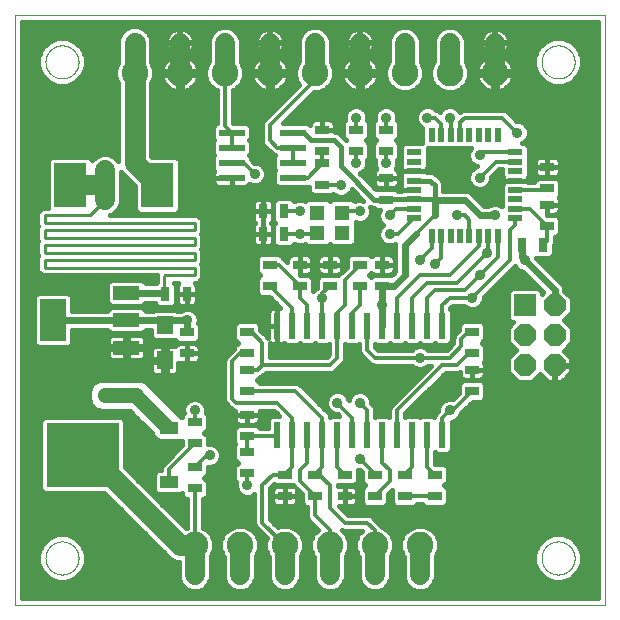
<source format=gtl>
G75*
%MOIN*%
%OFA0B0*%
%FSLAX25Y25*%
%IPPOS*%
%LPD*%
%AMOC8*
5,1,8,0,0,1.08239X$1,22.5*
%
%ADD10C,0.00000*%
%ADD11R,0.04724X0.03150*%
%ADD12R,0.05000X0.02200*%
%ADD13R,0.02200X0.05000*%
%ADD14R,0.08800X0.04800*%
%ADD15R,0.08661X0.14173*%
%ADD16R,0.24409X0.21260*%
%ADD17R,0.06299X0.03937*%
%ADD18R,0.03150X0.04724*%
%ADD19R,0.05512X0.06299*%
%ADD20R,0.11024X0.14961*%
%ADD21C,0.05937*%
%ADD22C,0.08858*%
%ADD23C,0.06600*%
%ADD24R,0.07400X0.07400*%
%ADD25OC8,0.07400*%
%ADD26R,0.02362X0.08661*%
%ADD27R,0.08661X0.02362*%
%ADD28R,0.05118X0.05118*%
%ADD29C,0.01600*%
%ADD30C,0.03569*%
%ADD31C,0.05000*%
%ADD32C,0.04000*%
%ADD33C,0.01200*%
%ADD34C,0.02400*%
%ADD35C,0.01000*%
%ADD36C,0.07000*%
D10*
X0011800Y0016800D02*
X0011800Y0213650D01*
X0208650Y0213650D01*
X0208650Y0016800D01*
X0011800Y0016800D01*
X0022036Y0032548D02*
X0022038Y0032696D01*
X0022044Y0032844D01*
X0022054Y0032992D01*
X0022068Y0033139D01*
X0022086Y0033286D01*
X0022107Y0033432D01*
X0022133Y0033578D01*
X0022163Y0033723D01*
X0022196Y0033867D01*
X0022234Y0034010D01*
X0022275Y0034152D01*
X0022320Y0034293D01*
X0022368Y0034433D01*
X0022421Y0034572D01*
X0022477Y0034709D01*
X0022537Y0034844D01*
X0022600Y0034978D01*
X0022667Y0035110D01*
X0022738Y0035240D01*
X0022812Y0035368D01*
X0022889Y0035494D01*
X0022970Y0035618D01*
X0023054Y0035740D01*
X0023141Y0035859D01*
X0023232Y0035976D01*
X0023326Y0036091D01*
X0023422Y0036203D01*
X0023522Y0036313D01*
X0023624Y0036419D01*
X0023730Y0036523D01*
X0023838Y0036624D01*
X0023949Y0036722D01*
X0024062Y0036818D01*
X0024178Y0036910D01*
X0024296Y0036999D01*
X0024417Y0037084D01*
X0024540Y0037167D01*
X0024665Y0037246D01*
X0024792Y0037322D01*
X0024921Y0037394D01*
X0025052Y0037463D01*
X0025185Y0037528D01*
X0025320Y0037589D01*
X0025456Y0037647D01*
X0025593Y0037702D01*
X0025732Y0037752D01*
X0025873Y0037799D01*
X0026014Y0037842D01*
X0026157Y0037882D01*
X0026301Y0037917D01*
X0026445Y0037949D01*
X0026591Y0037976D01*
X0026737Y0038000D01*
X0026884Y0038020D01*
X0027031Y0038036D01*
X0027178Y0038048D01*
X0027326Y0038056D01*
X0027474Y0038060D01*
X0027622Y0038060D01*
X0027770Y0038056D01*
X0027918Y0038048D01*
X0028065Y0038036D01*
X0028212Y0038020D01*
X0028359Y0038000D01*
X0028505Y0037976D01*
X0028651Y0037949D01*
X0028795Y0037917D01*
X0028939Y0037882D01*
X0029082Y0037842D01*
X0029223Y0037799D01*
X0029364Y0037752D01*
X0029503Y0037702D01*
X0029640Y0037647D01*
X0029776Y0037589D01*
X0029911Y0037528D01*
X0030044Y0037463D01*
X0030175Y0037394D01*
X0030304Y0037322D01*
X0030431Y0037246D01*
X0030556Y0037167D01*
X0030679Y0037084D01*
X0030800Y0036999D01*
X0030918Y0036910D01*
X0031034Y0036818D01*
X0031147Y0036722D01*
X0031258Y0036624D01*
X0031366Y0036523D01*
X0031472Y0036419D01*
X0031574Y0036313D01*
X0031674Y0036203D01*
X0031770Y0036091D01*
X0031864Y0035976D01*
X0031955Y0035859D01*
X0032042Y0035740D01*
X0032126Y0035618D01*
X0032207Y0035494D01*
X0032284Y0035368D01*
X0032358Y0035240D01*
X0032429Y0035110D01*
X0032496Y0034978D01*
X0032559Y0034844D01*
X0032619Y0034709D01*
X0032675Y0034572D01*
X0032728Y0034433D01*
X0032776Y0034293D01*
X0032821Y0034152D01*
X0032862Y0034010D01*
X0032900Y0033867D01*
X0032933Y0033723D01*
X0032963Y0033578D01*
X0032989Y0033432D01*
X0033010Y0033286D01*
X0033028Y0033139D01*
X0033042Y0032992D01*
X0033052Y0032844D01*
X0033058Y0032696D01*
X0033060Y0032548D01*
X0033058Y0032400D01*
X0033052Y0032252D01*
X0033042Y0032104D01*
X0033028Y0031957D01*
X0033010Y0031810D01*
X0032989Y0031664D01*
X0032963Y0031518D01*
X0032933Y0031373D01*
X0032900Y0031229D01*
X0032862Y0031086D01*
X0032821Y0030944D01*
X0032776Y0030803D01*
X0032728Y0030663D01*
X0032675Y0030524D01*
X0032619Y0030387D01*
X0032559Y0030252D01*
X0032496Y0030118D01*
X0032429Y0029986D01*
X0032358Y0029856D01*
X0032284Y0029728D01*
X0032207Y0029602D01*
X0032126Y0029478D01*
X0032042Y0029356D01*
X0031955Y0029237D01*
X0031864Y0029120D01*
X0031770Y0029005D01*
X0031674Y0028893D01*
X0031574Y0028783D01*
X0031472Y0028677D01*
X0031366Y0028573D01*
X0031258Y0028472D01*
X0031147Y0028374D01*
X0031034Y0028278D01*
X0030918Y0028186D01*
X0030800Y0028097D01*
X0030679Y0028012D01*
X0030556Y0027929D01*
X0030431Y0027850D01*
X0030304Y0027774D01*
X0030175Y0027702D01*
X0030044Y0027633D01*
X0029911Y0027568D01*
X0029776Y0027507D01*
X0029640Y0027449D01*
X0029503Y0027394D01*
X0029364Y0027344D01*
X0029223Y0027297D01*
X0029082Y0027254D01*
X0028939Y0027214D01*
X0028795Y0027179D01*
X0028651Y0027147D01*
X0028505Y0027120D01*
X0028359Y0027096D01*
X0028212Y0027076D01*
X0028065Y0027060D01*
X0027918Y0027048D01*
X0027770Y0027040D01*
X0027622Y0027036D01*
X0027474Y0027036D01*
X0027326Y0027040D01*
X0027178Y0027048D01*
X0027031Y0027060D01*
X0026884Y0027076D01*
X0026737Y0027096D01*
X0026591Y0027120D01*
X0026445Y0027147D01*
X0026301Y0027179D01*
X0026157Y0027214D01*
X0026014Y0027254D01*
X0025873Y0027297D01*
X0025732Y0027344D01*
X0025593Y0027394D01*
X0025456Y0027449D01*
X0025320Y0027507D01*
X0025185Y0027568D01*
X0025052Y0027633D01*
X0024921Y0027702D01*
X0024792Y0027774D01*
X0024665Y0027850D01*
X0024540Y0027929D01*
X0024417Y0028012D01*
X0024296Y0028097D01*
X0024178Y0028186D01*
X0024062Y0028278D01*
X0023949Y0028374D01*
X0023838Y0028472D01*
X0023730Y0028573D01*
X0023624Y0028677D01*
X0023522Y0028783D01*
X0023422Y0028893D01*
X0023326Y0029005D01*
X0023232Y0029120D01*
X0023141Y0029237D01*
X0023054Y0029356D01*
X0022970Y0029478D01*
X0022889Y0029602D01*
X0022812Y0029728D01*
X0022738Y0029856D01*
X0022667Y0029986D01*
X0022600Y0030118D01*
X0022537Y0030252D01*
X0022477Y0030387D01*
X0022421Y0030524D01*
X0022368Y0030663D01*
X0022320Y0030803D01*
X0022275Y0030944D01*
X0022234Y0031086D01*
X0022196Y0031229D01*
X0022163Y0031373D01*
X0022133Y0031518D01*
X0022107Y0031664D01*
X0022086Y0031810D01*
X0022068Y0031957D01*
X0022054Y0032104D01*
X0022044Y0032252D01*
X0022038Y0032400D01*
X0022036Y0032548D01*
X0022036Y0197902D02*
X0022038Y0198050D01*
X0022044Y0198198D01*
X0022054Y0198346D01*
X0022068Y0198493D01*
X0022086Y0198640D01*
X0022107Y0198786D01*
X0022133Y0198932D01*
X0022163Y0199077D01*
X0022196Y0199221D01*
X0022234Y0199364D01*
X0022275Y0199506D01*
X0022320Y0199647D01*
X0022368Y0199787D01*
X0022421Y0199926D01*
X0022477Y0200063D01*
X0022537Y0200198D01*
X0022600Y0200332D01*
X0022667Y0200464D01*
X0022738Y0200594D01*
X0022812Y0200722D01*
X0022889Y0200848D01*
X0022970Y0200972D01*
X0023054Y0201094D01*
X0023141Y0201213D01*
X0023232Y0201330D01*
X0023326Y0201445D01*
X0023422Y0201557D01*
X0023522Y0201667D01*
X0023624Y0201773D01*
X0023730Y0201877D01*
X0023838Y0201978D01*
X0023949Y0202076D01*
X0024062Y0202172D01*
X0024178Y0202264D01*
X0024296Y0202353D01*
X0024417Y0202438D01*
X0024540Y0202521D01*
X0024665Y0202600D01*
X0024792Y0202676D01*
X0024921Y0202748D01*
X0025052Y0202817D01*
X0025185Y0202882D01*
X0025320Y0202943D01*
X0025456Y0203001D01*
X0025593Y0203056D01*
X0025732Y0203106D01*
X0025873Y0203153D01*
X0026014Y0203196D01*
X0026157Y0203236D01*
X0026301Y0203271D01*
X0026445Y0203303D01*
X0026591Y0203330D01*
X0026737Y0203354D01*
X0026884Y0203374D01*
X0027031Y0203390D01*
X0027178Y0203402D01*
X0027326Y0203410D01*
X0027474Y0203414D01*
X0027622Y0203414D01*
X0027770Y0203410D01*
X0027918Y0203402D01*
X0028065Y0203390D01*
X0028212Y0203374D01*
X0028359Y0203354D01*
X0028505Y0203330D01*
X0028651Y0203303D01*
X0028795Y0203271D01*
X0028939Y0203236D01*
X0029082Y0203196D01*
X0029223Y0203153D01*
X0029364Y0203106D01*
X0029503Y0203056D01*
X0029640Y0203001D01*
X0029776Y0202943D01*
X0029911Y0202882D01*
X0030044Y0202817D01*
X0030175Y0202748D01*
X0030304Y0202676D01*
X0030431Y0202600D01*
X0030556Y0202521D01*
X0030679Y0202438D01*
X0030800Y0202353D01*
X0030918Y0202264D01*
X0031034Y0202172D01*
X0031147Y0202076D01*
X0031258Y0201978D01*
X0031366Y0201877D01*
X0031472Y0201773D01*
X0031574Y0201667D01*
X0031674Y0201557D01*
X0031770Y0201445D01*
X0031864Y0201330D01*
X0031955Y0201213D01*
X0032042Y0201094D01*
X0032126Y0200972D01*
X0032207Y0200848D01*
X0032284Y0200722D01*
X0032358Y0200594D01*
X0032429Y0200464D01*
X0032496Y0200332D01*
X0032559Y0200198D01*
X0032619Y0200063D01*
X0032675Y0199926D01*
X0032728Y0199787D01*
X0032776Y0199647D01*
X0032821Y0199506D01*
X0032862Y0199364D01*
X0032900Y0199221D01*
X0032933Y0199077D01*
X0032963Y0198932D01*
X0032989Y0198786D01*
X0033010Y0198640D01*
X0033028Y0198493D01*
X0033042Y0198346D01*
X0033052Y0198198D01*
X0033058Y0198050D01*
X0033060Y0197902D01*
X0033058Y0197754D01*
X0033052Y0197606D01*
X0033042Y0197458D01*
X0033028Y0197311D01*
X0033010Y0197164D01*
X0032989Y0197018D01*
X0032963Y0196872D01*
X0032933Y0196727D01*
X0032900Y0196583D01*
X0032862Y0196440D01*
X0032821Y0196298D01*
X0032776Y0196157D01*
X0032728Y0196017D01*
X0032675Y0195878D01*
X0032619Y0195741D01*
X0032559Y0195606D01*
X0032496Y0195472D01*
X0032429Y0195340D01*
X0032358Y0195210D01*
X0032284Y0195082D01*
X0032207Y0194956D01*
X0032126Y0194832D01*
X0032042Y0194710D01*
X0031955Y0194591D01*
X0031864Y0194474D01*
X0031770Y0194359D01*
X0031674Y0194247D01*
X0031574Y0194137D01*
X0031472Y0194031D01*
X0031366Y0193927D01*
X0031258Y0193826D01*
X0031147Y0193728D01*
X0031034Y0193632D01*
X0030918Y0193540D01*
X0030800Y0193451D01*
X0030679Y0193366D01*
X0030556Y0193283D01*
X0030431Y0193204D01*
X0030304Y0193128D01*
X0030175Y0193056D01*
X0030044Y0192987D01*
X0029911Y0192922D01*
X0029776Y0192861D01*
X0029640Y0192803D01*
X0029503Y0192748D01*
X0029364Y0192698D01*
X0029223Y0192651D01*
X0029082Y0192608D01*
X0028939Y0192568D01*
X0028795Y0192533D01*
X0028651Y0192501D01*
X0028505Y0192474D01*
X0028359Y0192450D01*
X0028212Y0192430D01*
X0028065Y0192414D01*
X0027918Y0192402D01*
X0027770Y0192394D01*
X0027622Y0192390D01*
X0027474Y0192390D01*
X0027326Y0192394D01*
X0027178Y0192402D01*
X0027031Y0192414D01*
X0026884Y0192430D01*
X0026737Y0192450D01*
X0026591Y0192474D01*
X0026445Y0192501D01*
X0026301Y0192533D01*
X0026157Y0192568D01*
X0026014Y0192608D01*
X0025873Y0192651D01*
X0025732Y0192698D01*
X0025593Y0192748D01*
X0025456Y0192803D01*
X0025320Y0192861D01*
X0025185Y0192922D01*
X0025052Y0192987D01*
X0024921Y0193056D01*
X0024792Y0193128D01*
X0024665Y0193204D01*
X0024540Y0193283D01*
X0024417Y0193366D01*
X0024296Y0193451D01*
X0024178Y0193540D01*
X0024062Y0193632D01*
X0023949Y0193728D01*
X0023838Y0193826D01*
X0023730Y0193927D01*
X0023624Y0194031D01*
X0023522Y0194137D01*
X0023422Y0194247D01*
X0023326Y0194359D01*
X0023232Y0194474D01*
X0023141Y0194591D01*
X0023054Y0194710D01*
X0022970Y0194832D01*
X0022889Y0194956D01*
X0022812Y0195082D01*
X0022738Y0195210D01*
X0022667Y0195340D01*
X0022600Y0195472D01*
X0022537Y0195606D01*
X0022477Y0195741D01*
X0022421Y0195878D01*
X0022368Y0196017D01*
X0022320Y0196157D01*
X0022275Y0196298D01*
X0022234Y0196440D01*
X0022196Y0196583D01*
X0022163Y0196727D01*
X0022133Y0196872D01*
X0022107Y0197018D01*
X0022086Y0197164D01*
X0022068Y0197311D01*
X0022054Y0197458D01*
X0022044Y0197606D01*
X0022038Y0197754D01*
X0022036Y0197902D01*
X0187390Y0197902D02*
X0187392Y0198050D01*
X0187398Y0198198D01*
X0187408Y0198346D01*
X0187422Y0198493D01*
X0187440Y0198640D01*
X0187461Y0198786D01*
X0187487Y0198932D01*
X0187517Y0199077D01*
X0187550Y0199221D01*
X0187588Y0199364D01*
X0187629Y0199506D01*
X0187674Y0199647D01*
X0187722Y0199787D01*
X0187775Y0199926D01*
X0187831Y0200063D01*
X0187891Y0200198D01*
X0187954Y0200332D01*
X0188021Y0200464D01*
X0188092Y0200594D01*
X0188166Y0200722D01*
X0188243Y0200848D01*
X0188324Y0200972D01*
X0188408Y0201094D01*
X0188495Y0201213D01*
X0188586Y0201330D01*
X0188680Y0201445D01*
X0188776Y0201557D01*
X0188876Y0201667D01*
X0188978Y0201773D01*
X0189084Y0201877D01*
X0189192Y0201978D01*
X0189303Y0202076D01*
X0189416Y0202172D01*
X0189532Y0202264D01*
X0189650Y0202353D01*
X0189771Y0202438D01*
X0189894Y0202521D01*
X0190019Y0202600D01*
X0190146Y0202676D01*
X0190275Y0202748D01*
X0190406Y0202817D01*
X0190539Y0202882D01*
X0190674Y0202943D01*
X0190810Y0203001D01*
X0190947Y0203056D01*
X0191086Y0203106D01*
X0191227Y0203153D01*
X0191368Y0203196D01*
X0191511Y0203236D01*
X0191655Y0203271D01*
X0191799Y0203303D01*
X0191945Y0203330D01*
X0192091Y0203354D01*
X0192238Y0203374D01*
X0192385Y0203390D01*
X0192532Y0203402D01*
X0192680Y0203410D01*
X0192828Y0203414D01*
X0192976Y0203414D01*
X0193124Y0203410D01*
X0193272Y0203402D01*
X0193419Y0203390D01*
X0193566Y0203374D01*
X0193713Y0203354D01*
X0193859Y0203330D01*
X0194005Y0203303D01*
X0194149Y0203271D01*
X0194293Y0203236D01*
X0194436Y0203196D01*
X0194577Y0203153D01*
X0194718Y0203106D01*
X0194857Y0203056D01*
X0194994Y0203001D01*
X0195130Y0202943D01*
X0195265Y0202882D01*
X0195398Y0202817D01*
X0195529Y0202748D01*
X0195658Y0202676D01*
X0195785Y0202600D01*
X0195910Y0202521D01*
X0196033Y0202438D01*
X0196154Y0202353D01*
X0196272Y0202264D01*
X0196388Y0202172D01*
X0196501Y0202076D01*
X0196612Y0201978D01*
X0196720Y0201877D01*
X0196826Y0201773D01*
X0196928Y0201667D01*
X0197028Y0201557D01*
X0197124Y0201445D01*
X0197218Y0201330D01*
X0197309Y0201213D01*
X0197396Y0201094D01*
X0197480Y0200972D01*
X0197561Y0200848D01*
X0197638Y0200722D01*
X0197712Y0200594D01*
X0197783Y0200464D01*
X0197850Y0200332D01*
X0197913Y0200198D01*
X0197973Y0200063D01*
X0198029Y0199926D01*
X0198082Y0199787D01*
X0198130Y0199647D01*
X0198175Y0199506D01*
X0198216Y0199364D01*
X0198254Y0199221D01*
X0198287Y0199077D01*
X0198317Y0198932D01*
X0198343Y0198786D01*
X0198364Y0198640D01*
X0198382Y0198493D01*
X0198396Y0198346D01*
X0198406Y0198198D01*
X0198412Y0198050D01*
X0198414Y0197902D01*
X0198412Y0197754D01*
X0198406Y0197606D01*
X0198396Y0197458D01*
X0198382Y0197311D01*
X0198364Y0197164D01*
X0198343Y0197018D01*
X0198317Y0196872D01*
X0198287Y0196727D01*
X0198254Y0196583D01*
X0198216Y0196440D01*
X0198175Y0196298D01*
X0198130Y0196157D01*
X0198082Y0196017D01*
X0198029Y0195878D01*
X0197973Y0195741D01*
X0197913Y0195606D01*
X0197850Y0195472D01*
X0197783Y0195340D01*
X0197712Y0195210D01*
X0197638Y0195082D01*
X0197561Y0194956D01*
X0197480Y0194832D01*
X0197396Y0194710D01*
X0197309Y0194591D01*
X0197218Y0194474D01*
X0197124Y0194359D01*
X0197028Y0194247D01*
X0196928Y0194137D01*
X0196826Y0194031D01*
X0196720Y0193927D01*
X0196612Y0193826D01*
X0196501Y0193728D01*
X0196388Y0193632D01*
X0196272Y0193540D01*
X0196154Y0193451D01*
X0196033Y0193366D01*
X0195910Y0193283D01*
X0195785Y0193204D01*
X0195658Y0193128D01*
X0195529Y0193056D01*
X0195398Y0192987D01*
X0195265Y0192922D01*
X0195130Y0192861D01*
X0194994Y0192803D01*
X0194857Y0192748D01*
X0194718Y0192698D01*
X0194577Y0192651D01*
X0194436Y0192608D01*
X0194293Y0192568D01*
X0194149Y0192533D01*
X0194005Y0192501D01*
X0193859Y0192474D01*
X0193713Y0192450D01*
X0193566Y0192430D01*
X0193419Y0192414D01*
X0193272Y0192402D01*
X0193124Y0192394D01*
X0192976Y0192390D01*
X0192828Y0192390D01*
X0192680Y0192394D01*
X0192532Y0192402D01*
X0192385Y0192414D01*
X0192238Y0192430D01*
X0192091Y0192450D01*
X0191945Y0192474D01*
X0191799Y0192501D01*
X0191655Y0192533D01*
X0191511Y0192568D01*
X0191368Y0192608D01*
X0191227Y0192651D01*
X0191086Y0192698D01*
X0190947Y0192748D01*
X0190810Y0192803D01*
X0190674Y0192861D01*
X0190539Y0192922D01*
X0190406Y0192987D01*
X0190275Y0193056D01*
X0190146Y0193128D01*
X0190019Y0193204D01*
X0189894Y0193283D01*
X0189771Y0193366D01*
X0189650Y0193451D01*
X0189532Y0193540D01*
X0189416Y0193632D01*
X0189303Y0193728D01*
X0189192Y0193826D01*
X0189084Y0193927D01*
X0188978Y0194031D01*
X0188876Y0194137D01*
X0188776Y0194247D01*
X0188680Y0194359D01*
X0188586Y0194474D01*
X0188495Y0194591D01*
X0188408Y0194710D01*
X0188324Y0194832D01*
X0188243Y0194956D01*
X0188166Y0195082D01*
X0188092Y0195210D01*
X0188021Y0195340D01*
X0187954Y0195472D01*
X0187891Y0195606D01*
X0187831Y0195741D01*
X0187775Y0195878D01*
X0187722Y0196017D01*
X0187674Y0196157D01*
X0187629Y0196298D01*
X0187588Y0196440D01*
X0187550Y0196583D01*
X0187517Y0196727D01*
X0187487Y0196872D01*
X0187461Y0197018D01*
X0187440Y0197164D01*
X0187422Y0197311D01*
X0187408Y0197458D01*
X0187398Y0197606D01*
X0187392Y0197754D01*
X0187390Y0197902D01*
X0187390Y0032548D02*
X0187392Y0032696D01*
X0187398Y0032844D01*
X0187408Y0032992D01*
X0187422Y0033139D01*
X0187440Y0033286D01*
X0187461Y0033432D01*
X0187487Y0033578D01*
X0187517Y0033723D01*
X0187550Y0033867D01*
X0187588Y0034010D01*
X0187629Y0034152D01*
X0187674Y0034293D01*
X0187722Y0034433D01*
X0187775Y0034572D01*
X0187831Y0034709D01*
X0187891Y0034844D01*
X0187954Y0034978D01*
X0188021Y0035110D01*
X0188092Y0035240D01*
X0188166Y0035368D01*
X0188243Y0035494D01*
X0188324Y0035618D01*
X0188408Y0035740D01*
X0188495Y0035859D01*
X0188586Y0035976D01*
X0188680Y0036091D01*
X0188776Y0036203D01*
X0188876Y0036313D01*
X0188978Y0036419D01*
X0189084Y0036523D01*
X0189192Y0036624D01*
X0189303Y0036722D01*
X0189416Y0036818D01*
X0189532Y0036910D01*
X0189650Y0036999D01*
X0189771Y0037084D01*
X0189894Y0037167D01*
X0190019Y0037246D01*
X0190146Y0037322D01*
X0190275Y0037394D01*
X0190406Y0037463D01*
X0190539Y0037528D01*
X0190674Y0037589D01*
X0190810Y0037647D01*
X0190947Y0037702D01*
X0191086Y0037752D01*
X0191227Y0037799D01*
X0191368Y0037842D01*
X0191511Y0037882D01*
X0191655Y0037917D01*
X0191799Y0037949D01*
X0191945Y0037976D01*
X0192091Y0038000D01*
X0192238Y0038020D01*
X0192385Y0038036D01*
X0192532Y0038048D01*
X0192680Y0038056D01*
X0192828Y0038060D01*
X0192976Y0038060D01*
X0193124Y0038056D01*
X0193272Y0038048D01*
X0193419Y0038036D01*
X0193566Y0038020D01*
X0193713Y0038000D01*
X0193859Y0037976D01*
X0194005Y0037949D01*
X0194149Y0037917D01*
X0194293Y0037882D01*
X0194436Y0037842D01*
X0194577Y0037799D01*
X0194718Y0037752D01*
X0194857Y0037702D01*
X0194994Y0037647D01*
X0195130Y0037589D01*
X0195265Y0037528D01*
X0195398Y0037463D01*
X0195529Y0037394D01*
X0195658Y0037322D01*
X0195785Y0037246D01*
X0195910Y0037167D01*
X0196033Y0037084D01*
X0196154Y0036999D01*
X0196272Y0036910D01*
X0196388Y0036818D01*
X0196501Y0036722D01*
X0196612Y0036624D01*
X0196720Y0036523D01*
X0196826Y0036419D01*
X0196928Y0036313D01*
X0197028Y0036203D01*
X0197124Y0036091D01*
X0197218Y0035976D01*
X0197309Y0035859D01*
X0197396Y0035740D01*
X0197480Y0035618D01*
X0197561Y0035494D01*
X0197638Y0035368D01*
X0197712Y0035240D01*
X0197783Y0035110D01*
X0197850Y0034978D01*
X0197913Y0034844D01*
X0197973Y0034709D01*
X0198029Y0034572D01*
X0198082Y0034433D01*
X0198130Y0034293D01*
X0198175Y0034152D01*
X0198216Y0034010D01*
X0198254Y0033867D01*
X0198287Y0033723D01*
X0198317Y0033578D01*
X0198343Y0033432D01*
X0198364Y0033286D01*
X0198382Y0033139D01*
X0198396Y0032992D01*
X0198406Y0032844D01*
X0198412Y0032696D01*
X0198414Y0032548D01*
X0198412Y0032400D01*
X0198406Y0032252D01*
X0198396Y0032104D01*
X0198382Y0031957D01*
X0198364Y0031810D01*
X0198343Y0031664D01*
X0198317Y0031518D01*
X0198287Y0031373D01*
X0198254Y0031229D01*
X0198216Y0031086D01*
X0198175Y0030944D01*
X0198130Y0030803D01*
X0198082Y0030663D01*
X0198029Y0030524D01*
X0197973Y0030387D01*
X0197913Y0030252D01*
X0197850Y0030118D01*
X0197783Y0029986D01*
X0197712Y0029856D01*
X0197638Y0029728D01*
X0197561Y0029602D01*
X0197480Y0029478D01*
X0197396Y0029356D01*
X0197309Y0029237D01*
X0197218Y0029120D01*
X0197124Y0029005D01*
X0197028Y0028893D01*
X0196928Y0028783D01*
X0196826Y0028677D01*
X0196720Y0028573D01*
X0196612Y0028472D01*
X0196501Y0028374D01*
X0196388Y0028278D01*
X0196272Y0028186D01*
X0196154Y0028097D01*
X0196033Y0028012D01*
X0195910Y0027929D01*
X0195785Y0027850D01*
X0195658Y0027774D01*
X0195529Y0027702D01*
X0195398Y0027633D01*
X0195265Y0027568D01*
X0195130Y0027507D01*
X0194994Y0027449D01*
X0194857Y0027394D01*
X0194718Y0027344D01*
X0194577Y0027297D01*
X0194436Y0027254D01*
X0194293Y0027214D01*
X0194149Y0027179D01*
X0194005Y0027147D01*
X0193859Y0027120D01*
X0193713Y0027096D01*
X0193566Y0027076D01*
X0193419Y0027060D01*
X0193272Y0027048D01*
X0193124Y0027040D01*
X0192976Y0027036D01*
X0192828Y0027036D01*
X0192680Y0027040D01*
X0192532Y0027048D01*
X0192385Y0027060D01*
X0192238Y0027076D01*
X0192091Y0027096D01*
X0191945Y0027120D01*
X0191799Y0027147D01*
X0191655Y0027179D01*
X0191511Y0027214D01*
X0191368Y0027254D01*
X0191227Y0027297D01*
X0191086Y0027344D01*
X0190947Y0027394D01*
X0190810Y0027449D01*
X0190674Y0027507D01*
X0190539Y0027568D01*
X0190406Y0027633D01*
X0190275Y0027702D01*
X0190146Y0027774D01*
X0190019Y0027850D01*
X0189894Y0027929D01*
X0189771Y0028012D01*
X0189650Y0028097D01*
X0189532Y0028186D01*
X0189416Y0028278D01*
X0189303Y0028374D01*
X0189192Y0028472D01*
X0189084Y0028573D01*
X0188978Y0028677D01*
X0188876Y0028783D01*
X0188776Y0028893D01*
X0188680Y0029005D01*
X0188586Y0029120D01*
X0188495Y0029237D01*
X0188408Y0029356D01*
X0188324Y0029478D01*
X0188243Y0029602D01*
X0188166Y0029728D01*
X0188092Y0029856D01*
X0188021Y0029986D01*
X0187954Y0030118D01*
X0187891Y0030252D01*
X0187831Y0030387D01*
X0187775Y0030524D01*
X0187722Y0030663D01*
X0187674Y0030803D01*
X0187629Y0030944D01*
X0187588Y0031086D01*
X0187550Y0031229D01*
X0187517Y0031373D01*
X0187487Y0031518D01*
X0187461Y0031664D01*
X0187440Y0031810D01*
X0187422Y0031957D01*
X0187408Y0032104D01*
X0187398Y0032252D01*
X0187392Y0032400D01*
X0187390Y0032548D01*
D11*
X0151800Y0053257D03*
X0151800Y0060343D03*
X0141800Y0060343D03*
X0141800Y0053257D03*
X0131800Y0053257D03*
X0131800Y0060343D03*
X0121800Y0060343D03*
X0121800Y0053257D03*
X0111800Y0053257D03*
X0111800Y0060343D03*
X0101800Y0060343D03*
X0101800Y0053257D03*
X0089300Y0060757D03*
X0089300Y0067843D03*
X0089300Y0073257D03*
X0089300Y0080343D03*
X0089300Y0088257D03*
X0089300Y0095343D03*
X0089300Y0100757D03*
X0089300Y0107843D03*
X0096800Y0123257D03*
X0096800Y0130343D03*
X0106800Y0130343D03*
X0106800Y0123257D03*
X0116800Y0123257D03*
X0116800Y0130343D03*
X0126800Y0130343D03*
X0126800Y0123257D03*
X0134300Y0123257D03*
X0134300Y0130343D03*
X0135550Y0152007D03*
X0135550Y0159093D03*
X0135550Y0168257D03*
X0135550Y0175343D03*
X0125550Y0175343D03*
X0125550Y0168257D03*
X0114300Y0168257D03*
X0114300Y0164093D03*
X0114300Y0157007D03*
X0114300Y0175343D03*
X0069300Y0107843D03*
X0069300Y0100757D03*
X0071800Y0077843D03*
X0071800Y0070757D03*
X0071800Y0062843D03*
X0071800Y0055757D03*
X0164300Y0088257D03*
X0164300Y0095343D03*
X0164300Y0100757D03*
X0164300Y0107843D03*
X0189300Y0143257D03*
X0189300Y0150343D03*
X0189300Y0155757D03*
X0189300Y0162843D03*
D12*
X0178700Y0161524D03*
X0178700Y0164674D03*
X0178700Y0167824D03*
X0178700Y0158375D03*
X0178700Y0155225D03*
X0178700Y0152076D03*
X0178700Y0148926D03*
X0178700Y0145776D03*
X0144900Y0145776D03*
X0144900Y0148926D03*
X0144900Y0152076D03*
X0144900Y0155225D03*
X0144900Y0158375D03*
X0144900Y0161524D03*
X0144900Y0164674D03*
X0144900Y0167824D03*
D13*
X0150776Y0173700D03*
X0153926Y0173700D03*
X0157076Y0173700D03*
X0160225Y0173700D03*
X0163375Y0173700D03*
X0166524Y0173700D03*
X0169674Y0173700D03*
X0172824Y0173700D03*
X0172824Y0139900D03*
X0169674Y0139900D03*
X0166524Y0139900D03*
X0163375Y0139900D03*
X0160225Y0139900D03*
X0157076Y0139900D03*
X0153926Y0139900D03*
X0150776Y0139900D03*
D14*
X0049000Y0120900D03*
X0049000Y0111800D03*
X0049000Y0102700D03*
D15*
X0024599Y0111800D03*
D16*
X0034457Y0066800D03*
D17*
X0063198Y0057824D03*
X0063198Y0075776D03*
D18*
X0062007Y0120550D03*
X0069093Y0120550D03*
X0094507Y0140550D03*
X0101593Y0140550D03*
X0101593Y0148050D03*
X0094507Y0148050D03*
X0180757Y0136800D03*
X0187843Y0136800D03*
D19*
X0061800Y0110206D03*
X0061800Y0098394D03*
D20*
X0059367Y0156800D03*
X0030233Y0156800D03*
D21*
X0051800Y0204300D03*
X0066800Y0204300D03*
X0081800Y0204300D03*
X0096800Y0204300D03*
X0111800Y0204300D03*
X0126800Y0204300D03*
X0141800Y0204300D03*
X0156800Y0204300D03*
X0171800Y0204300D03*
X0146800Y0026800D03*
X0131800Y0026800D03*
X0116800Y0026800D03*
X0101800Y0026800D03*
X0086800Y0026800D03*
X0071800Y0026800D03*
D22*
X0071800Y0036800D03*
X0086800Y0036800D03*
X0101800Y0036800D03*
X0116800Y0036800D03*
X0131800Y0036800D03*
X0146800Y0036800D03*
X0141800Y0194300D03*
X0126800Y0194300D03*
X0111800Y0194300D03*
X0096800Y0194300D03*
X0081800Y0194300D03*
X0066800Y0194300D03*
X0051800Y0194300D03*
X0156800Y0194300D03*
X0171800Y0194300D03*
D23*
X0171800Y0204300D01*
X0156800Y0204300D02*
X0156800Y0194300D01*
X0141800Y0194300D02*
X0141800Y0204300D01*
X0126800Y0204300D02*
X0126800Y0194300D01*
X0111800Y0194300D02*
X0111800Y0204300D01*
X0096800Y0204300D02*
X0096800Y0194300D01*
X0081800Y0194300D02*
X0081800Y0204300D01*
X0066800Y0204300D02*
X0066800Y0194300D01*
X0051800Y0194300D02*
X0051800Y0204300D01*
X0041800Y0161800D02*
X0041800Y0156800D01*
X0030233Y0156800D01*
X0041800Y0156800D02*
X0041800Y0151800D01*
X0071800Y0036800D02*
X0071800Y0026800D01*
X0086800Y0026800D02*
X0086800Y0036800D01*
X0101800Y0036800D02*
X0101800Y0026800D01*
X0116800Y0026800D02*
X0116800Y0036800D01*
X0131800Y0036800D02*
X0131800Y0026800D01*
X0146800Y0026800D02*
X0146800Y0036800D01*
D24*
X0181800Y0116800D03*
D25*
X0191800Y0116800D03*
X0191800Y0106800D03*
X0191800Y0096800D03*
X0181800Y0096800D03*
X0181800Y0106800D03*
D26*
X0154300Y0109910D03*
X0149300Y0109910D03*
X0144300Y0109910D03*
X0139300Y0109910D03*
X0134300Y0109910D03*
X0129300Y0109910D03*
X0124300Y0109910D03*
X0119300Y0109910D03*
X0114300Y0109910D03*
X0109300Y0109910D03*
X0104300Y0109910D03*
X0099300Y0109910D03*
X0099300Y0073690D03*
X0104300Y0073690D03*
X0109300Y0073690D03*
X0114300Y0073690D03*
X0119300Y0073690D03*
X0124300Y0073690D03*
X0129300Y0073690D03*
X0134300Y0073690D03*
X0139300Y0073690D03*
X0144300Y0073690D03*
X0149300Y0073690D03*
X0154300Y0073690D03*
D27*
X0104536Y0159300D03*
X0104536Y0164300D03*
X0104536Y0169300D03*
X0104536Y0174300D03*
X0084064Y0174300D03*
X0084064Y0169300D03*
X0084064Y0164300D03*
X0084064Y0159300D03*
D28*
X0112666Y0147646D03*
X0112666Y0140954D03*
X0120934Y0140954D03*
X0120934Y0147646D03*
D29*
X0125089Y0151437D02*
X0124321Y0152205D01*
X0117546Y0152205D01*
X0116800Y0151459D01*
X0116054Y0152205D01*
X0109279Y0152205D01*
X0108511Y0151437D01*
X0107553Y0151834D01*
X0106047Y0151834D01*
X0105006Y0151403D01*
X0103997Y0152412D01*
X0099190Y0152412D01*
X0098019Y0151241D01*
X0098019Y0144859D01*
X0098578Y0144300D01*
X0098019Y0143741D01*
X0098019Y0137359D01*
X0099190Y0136188D01*
X0103997Y0136188D01*
X0105006Y0137197D01*
X0106047Y0136766D01*
X0107553Y0136766D01*
X0108511Y0137163D01*
X0109279Y0136394D01*
X0116054Y0136394D01*
X0116800Y0137141D01*
X0117546Y0136394D01*
X0124321Y0136394D01*
X0125493Y0137566D01*
X0125493Y0144495D01*
X0126047Y0144266D01*
X0127553Y0144266D01*
X0128944Y0144842D01*
X0130008Y0145906D01*
X0130584Y0147297D01*
X0130584Y0148803D01*
X0130289Y0149516D01*
X0131036Y0149207D01*
X0131585Y0149207D01*
X0132359Y0148432D01*
X0133380Y0148432D01*
X0133016Y0147553D01*
X0133016Y0146047D01*
X0133592Y0144656D01*
X0134573Y0143675D01*
X0133592Y0142694D01*
X0133016Y0141303D01*
X0133016Y0139797D01*
X0133592Y0138406D01*
X0134656Y0137342D01*
X0136047Y0136766D01*
X0137553Y0136766D01*
X0138600Y0137200D01*
X0138600Y0128125D01*
X0137306Y0126831D01*
X0131109Y0126831D01*
X0130550Y0126272D01*
X0130022Y0126800D01*
X0130691Y0127469D01*
X0130833Y0127328D01*
X0131243Y0127091D01*
X0131701Y0126969D01*
X0134300Y0126968D01*
X0134300Y0130343D01*
X0134300Y0126969D01*
X0136899Y0126969D01*
X0137357Y0127091D01*
X0137767Y0127328D01*
X0138103Y0127663D01*
X0138340Y0128074D01*
X0138462Y0128532D01*
X0138462Y0130343D01*
X0134300Y0130343D01*
X0134300Y0130343D01*
X0134300Y0130343D01*
X0138462Y0130343D01*
X0138462Y0132155D01*
X0138340Y0132613D01*
X0138103Y0133023D01*
X0137767Y0133358D01*
X0137357Y0133595D01*
X0136899Y0133718D01*
X0134300Y0133718D01*
X0134300Y0130343D01*
X0134300Y0133718D01*
X0131701Y0133718D01*
X0131243Y0133595D01*
X0130833Y0133358D01*
X0130691Y0133217D01*
X0129991Y0133918D01*
X0123609Y0133918D01*
X0122438Y0132747D01*
X0122438Y0129658D01*
X0120820Y0128041D01*
X0120840Y0128074D01*
X0120962Y0128532D01*
X0120962Y0130343D01*
X0116800Y0130343D01*
X0116800Y0126969D01*
X0119399Y0126969D01*
X0119857Y0127091D01*
X0119890Y0127110D01*
X0119611Y0126831D01*
X0113609Y0126831D01*
X0112438Y0125660D01*
X0112438Y0122625D01*
X0112156Y0122508D01*
X0111162Y0121514D01*
X0111162Y0125660D01*
X0109991Y0126831D01*
X0106902Y0126831D01*
X0106765Y0126968D01*
X0106800Y0126968D01*
X0106800Y0130343D01*
X0106800Y0126969D01*
X0109399Y0126969D01*
X0109857Y0127091D01*
X0110267Y0127328D01*
X0110603Y0127663D01*
X0110840Y0128074D01*
X0110962Y0128532D01*
X0110962Y0130343D01*
X0106800Y0130343D01*
X0106800Y0130343D01*
X0106800Y0130343D01*
X0110962Y0130343D01*
X0110962Y0132155D01*
X0110840Y0132613D01*
X0110603Y0133023D01*
X0110267Y0133358D01*
X0109857Y0133595D01*
X0109399Y0133718D01*
X0106800Y0133718D01*
X0106800Y0130343D01*
X0106800Y0133718D01*
X0104201Y0133718D01*
X0103743Y0133595D01*
X0103333Y0133358D01*
X0102997Y0133023D01*
X0102760Y0132613D01*
X0102638Y0132155D01*
X0102638Y0131096D01*
X0101186Y0132547D01*
X0101162Y0132557D01*
X0101162Y0132747D01*
X0099991Y0133918D01*
X0093609Y0133918D01*
X0092438Y0132747D01*
X0092438Y0127940D01*
X0093578Y0126800D01*
X0092438Y0125660D01*
X0092438Y0120853D01*
X0093609Y0119682D01*
X0096698Y0119682D01*
X0100339Y0116041D01*
X0099300Y0116041D01*
X0099300Y0109910D01*
X0099300Y0103780D01*
X0100718Y0103780D01*
X0101176Y0103902D01*
X0101586Y0104139D01*
X0101659Y0104211D01*
X0102290Y0103580D01*
X0106310Y0103580D01*
X0106800Y0104070D01*
X0107290Y0103580D01*
X0111310Y0103580D01*
X0111800Y0104070D01*
X0112290Y0103580D01*
X0116310Y0103580D01*
X0116700Y0103970D01*
X0116700Y0100377D01*
X0115723Y0099400D01*
X0096900Y0099400D01*
X0096900Y0104253D01*
X0097014Y0104139D01*
X0097424Y0103902D01*
X0097882Y0103780D01*
X0099300Y0103780D01*
X0099300Y0109910D01*
X0099300Y0109910D01*
X0096319Y0109910D01*
X0096319Y0105958D01*
X0095773Y0106504D01*
X0095773Y0106504D01*
X0093662Y0108615D01*
X0093662Y0110247D01*
X0092491Y0111418D01*
X0086109Y0111418D01*
X0084938Y0110247D01*
X0084938Y0105440D01*
X0086078Y0104300D01*
X0084938Y0103160D01*
X0084938Y0102365D01*
X0082827Y0100254D01*
X0082096Y0099523D01*
X0081700Y0098567D01*
X0081700Y0085033D01*
X0082096Y0084077D01*
X0082827Y0083346D01*
X0084077Y0082096D01*
X0085033Y0081700D01*
X0085138Y0081700D01*
X0085138Y0080343D01*
X0085138Y0078532D01*
X0085260Y0078074D01*
X0085497Y0077663D01*
X0085833Y0077328D01*
X0086243Y0077091D01*
X0086701Y0076969D01*
X0089300Y0076968D01*
X0089300Y0080343D01*
X0089300Y0076969D01*
X0091899Y0076969D01*
X0092357Y0077091D01*
X0092767Y0077328D01*
X0093103Y0077663D01*
X0093340Y0078074D01*
X0093462Y0078532D01*
X0093462Y0080343D01*
X0089300Y0080343D01*
X0089300Y0080343D01*
X0089300Y0080343D01*
X0085138Y0080343D01*
X0089300Y0080343D01*
X0089300Y0080343D01*
X0093462Y0080343D01*
X0093462Y0081700D01*
X0098223Y0081700D01*
X0099903Y0080020D01*
X0097290Y0080020D01*
X0096119Y0078849D01*
X0096119Y0075857D01*
X0093465Y0075857D01*
X0092491Y0076831D01*
X0086109Y0076831D01*
X0084938Y0075660D01*
X0084938Y0070853D01*
X0085241Y0070550D01*
X0084938Y0070247D01*
X0084938Y0065440D01*
X0086078Y0064300D01*
X0084938Y0063160D01*
X0084938Y0058353D01*
X0085581Y0057710D01*
X0085516Y0057553D01*
X0085516Y0056047D01*
X0086092Y0054656D01*
X0087156Y0053592D01*
X0088547Y0053016D01*
X0090053Y0053016D01*
X0091444Y0053592D01*
X0091700Y0053848D01*
X0091700Y0043783D01*
X0092096Y0042827D01*
X0095802Y0039121D01*
X0095371Y0038079D01*
X0095371Y0035521D01*
X0096350Y0033158D01*
X0096500Y0033008D01*
X0096500Y0025746D01*
X0097307Y0023798D01*
X0098798Y0022307D01*
X0100746Y0021500D01*
X0102854Y0021500D01*
X0104802Y0022307D01*
X0106293Y0023798D01*
X0107100Y0025746D01*
X0107100Y0033008D01*
X0107250Y0033158D01*
X0108229Y0035521D01*
X0108229Y0038079D01*
X0107250Y0040442D01*
X0105442Y0042250D01*
X0103079Y0043229D01*
X0100521Y0043229D01*
X0099479Y0042798D01*
X0096900Y0045377D01*
X0096900Y0055723D01*
X0098277Y0057100D01*
X0098609Y0056769D01*
X0104611Y0056769D01*
X0104890Y0056490D01*
X0104857Y0056509D01*
X0104399Y0056631D01*
X0101800Y0056631D01*
X0099201Y0056631D01*
X0098743Y0056509D01*
X0098333Y0056272D01*
X0097997Y0055937D01*
X0097760Y0055526D01*
X0097638Y0055068D01*
X0097638Y0053257D01*
X0101800Y0053257D01*
X0101800Y0053257D01*
X0101800Y0056631D01*
X0101800Y0053257D01*
X0105962Y0053257D01*
X0105962Y0055068D01*
X0105840Y0055526D01*
X0105820Y0055559D01*
X0107438Y0053942D01*
X0107438Y0050853D01*
X0108609Y0049682D01*
X0109200Y0049682D01*
X0109200Y0046283D01*
X0109596Y0045327D01*
X0110327Y0044596D01*
X0112915Y0042008D01*
X0111350Y0040442D01*
X0110371Y0038079D01*
X0110371Y0035521D01*
X0111350Y0033158D01*
X0111500Y0033008D01*
X0111500Y0025746D01*
X0112307Y0023798D01*
X0113798Y0022307D01*
X0115746Y0021500D01*
X0117854Y0021500D01*
X0119802Y0022307D01*
X0121293Y0023798D01*
X0122100Y0025746D01*
X0122100Y0033008D01*
X0122250Y0033158D01*
X0123229Y0035521D01*
X0123229Y0038079D01*
X0122250Y0040442D01*
X0120787Y0041906D01*
X0121283Y0041700D01*
X0127608Y0041700D01*
X0126350Y0040442D01*
X0125371Y0038079D01*
X0125371Y0035521D01*
X0126350Y0033158D01*
X0126500Y0033008D01*
X0126500Y0025746D01*
X0127307Y0023798D01*
X0128798Y0022307D01*
X0130746Y0021500D01*
X0132854Y0021500D01*
X0134802Y0022307D01*
X0136293Y0023798D01*
X0137100Y0025746D01*
X0137100Y0033008D01*
X0137250Y0033158D01*
X0138229Y0035521D01*
X0138229Y0038079D01*
X0137250Y0040442D01*
X0135442Y0042250D01*
X0134218Y0042757D01*
X0134004Y0043273D01*
X0133273Y0044004D01*
X0130773Y0046504D01*
X0129817Y0046900D01*
X0122877Y0046900D01*
X0119895Y0049882D01*
X0121800Y0049882D01*
X0124399Y0049882D01*
X0124857Y0050005D01*
X0125267Y0050242D01*
X0125603Y0050577D01*
X0125840Y0050987D01*
X0125962Y0051445D01*
X0125962Y0053257D01*
X0125962Y0055068D01*
X0125840Y0055526D01*
X0125603Y0055937D01*
X0125267Y0056272D01*
X0124857Y0056509D01*
X0124399Y0056631D01*
X0121800Y0056631D01*
X0119400Y0056631D01*
X0119400Y0056769D01*
X0124991Y0056769D01*
X0126162Y0057940D01*
X0126162Y0061766D01*
X0126907Y0061766D01*
X0127438Y0061235D01*
X0127438Y0057940D01*
X0128578Y0056800D01*
X0127438Y0055660D01*
X0127438Y0050853D01*
X0128609Y0049682D01*
X0134991Y0049682D01*
X0136162Y0050853D01*
X0136162Y0053942D01*
X0137438Y0055218D01*
X0137438Y0050853D01*
X0138609Y0049682D01*
X0144991Y0049682D01*
X0145965Y0050657D01*
X0147635Y0050657D01*
X0148609Y0049682D01*
X0154991Y0049682D01*
X0156162Y0050853D01*
X0156162Y0055660D01*
X0155022Y0056800D01*
X0156162Y0057940D01*
X0156162Y0062747D01*
X0154991Y0063918D01*
X0151902Y0063918D01*
X0151900Y0063920D01*
X0151900Y0067750D01*
X0152290Y0067359D01*
X0156310Y0067359D01*
X0157481Y0068531D01*
X0157481Y0078016D01*
X0157553Y0078016D01*
X0158944Y0078592D01*
X0160008Y0079656D01*
X0160455Y0080734D01*
X0164402Y0084682D01*
X0167491Y0084682D01*
X0168662Y0085853D01*
X0168662Y0090660D01*
X0167491Y0091831D01*
X0161109Y0091831D01*
X0159938Y0090660D01*
X0159938Y0087571D01*
X0157834Y0085468D01*
X0157553Y0085584D01*
X0156047Y0085584D01*
X0154656Y0085008D01*
X0153592Y0083944D01*
X0153016Y0082553D01*
X0153016Y0081693D01*
X0152827Y0081504D01*
X0152096Y0080773D01*
X0151700Y0079817D01*
X0151700Y0079630D01*
X0151310Y0080020D01*
X0147290Y0080020D01*
X0146800Y0079530D01*
X0146310Y0080020D01*
X0142290Y0080020D01*
X0141900Y0079630D01*
X0141900Y0080723D01*
X0155377Y0094200D01*
X0159610Y0094200D01*
X0160138Y0094418D01*
X0160138Y0093532D01*
X0160260Y0093074D01*
X0160497Y0092663D01*
X0160833Y0092328D01*
X0161243Y0092091D01*
X0161701Y0091969D01*
X0164300Y0091968D01*
X0164300Y0095343D01*
X0164300Y0091969D01*
X0166899Y0091969D01*
X0167357Y0092091D01*
X0167767Y0092328D01*
X0168103Y0092663D01*
X0168340Y0093074D01*
X0168462Y0093532D01*
X0168462Y0095343D01*
X0164300Y0095343D01*
X0164300Y0095343D01*
X0164300Y0095343D01*
X0168462Y0095343D01*
X0168462Y0097155D01*
X0168340Y0097613D01*
X0168187Y0097878D01*
X0168662Y0098353D01*
X0168662Y0103160D01*
X0167522Y0104300D01*
X0168662Y0105440D01*
X0168662Y0110247D01*
X0167491Y0111418D01*
X0161109Y0111418D01*
X0159938Y0110247D01*
X0159938Y0108615D01*
X0159077Y0107754D01*
X0158346Y0107023D01*
X0157950Y0106067D01*
X0157950Y0104127D01*
X0155723Y0101900D01*
X0149552Y0101900D01*
X0148944Y0102508D01*
X0147553Y0103084D01*
X0146047Y0103084D01*
X0144656Y0102508D01*
X0144048Y0101900D01*
X0132877Y0101900D01*
X0131900Y0102877D01*
X0131900Y0103970D01*
X0132290Y0103580D01*
X0136310Y0103580D01*
X0136800Y0104070D01*
X0137290Y0103580D01*
X0141310Y0103580D01*
X0141800Y0104070D01*
X0142290Y0103580D01*
X0146310Y0103580D01*
X0146800Y0104070D01*
X0147290Y0103580D01*
X0151310Y0103580D01*
X0151800Y0104070D01*
X0152290Y0103580D01*
X0156310Y0103580D01*
X0157481Y0104751D01*
X0157481Y0115069D01*
X0156900Y0115650D01*
X0156900Y0115723D01*
X0157877Y0116700D01*
X0161548Y0116700D01*
X0162156Y0116092D01*
X0163547Y0115516D01*
X0165053Y0115516D01*
X0166444Y0116092D01*
X0167508Y0117156D01*
X0168084Y0118547D01*
X0168084Y0119407D01*
X0178273Y0129596D01*
X0178516Y0129839D01*
X0178592Y0129656D01*
X0179656Y0128592D01*
X0181047Y0128016D01*
X0181059Y0128016D01*
X0188007Y0121068D01*
X0187500Y0120561D01*
X0187500Y0121328D01*
X0186328Y0122500D01*
X0177272Y0122500D01*
X0176100Y0121328D01*
X0176100Y0112272D01*
X0177272Y0111100D01*
X0178039Y0111100D01*
X0176100Y0109161D01*
X0176100Y0104439D01*
X0178739Y0101800D01*
X0176100Y0099161D01*
X0176100Y0094439D01*
X0179439Y0091100D01*
X0184161Y0091100D01*
X0186941Y0093880D01*
X0189522Y0091300D01*
X0191600Y0091300D01*
X0191600Y0096600D01*
X0192000Y0096600D01*
X0192000Y0097000D01*
X0197300Y0097000D01*
X0197300Y0099078D01*
X0194720Y0101659D01*
X0197500Y0104439D01*
X0197500Y0109161D01*
X0194861Y0111800D01*
X0197500Y0114439D01*
X0197500Y0119161D01*
X0195000Y0121661D01*
X0195000Y0122437D01*
X0194513Y0123613D01*
X0193613Y0124513D01*
X0185688Y0132438D01*
X0190247Y0132438D01*
X0191418Y0133609D01*
X0191418Y0136698D01*
X0191504Y0136784D01*
X0191900Y0137740D01*
X0191900Y0139682D01*
X0192491Y0139682D01*
X0193662Y0140853D01*
X0193662Y0145660D01*
X0192491Y0146831D01*
X0189402Y0146831D01*
X0189265Y0146968D01*
X0189300Y0146968D01*
X0189300Y0150343D01*
X0189300Y0146969D01*
X0191899Y0146969D01*
X0192357Y0147091D01*
X0192767Y0147328D01*
X0193103Y0147663D01*
X0193340Y0148074D01*
X0193462Y0148532D01*
X0193462Y0150343D01*
X0189300Y0150343D01*
X0189300Y0150343D01*
X0189300Y0150343D01*
X0193462Y0150343D01*
X0193462Y0152155D01*
X0193340Y0152613D01*
X0193187Y0152878D01*
X0193662Y0153353D01*
X0193662Y0158160D01*
X0192491Y0159331D01*
X0186109Y0159331D01*
X0184938Y0158160D01*
X0184938Y0157825D01*
X0183000Y0157825D01*
X0183000Y0158375D01*
X0183000Y0159396D01*
X0183200Y0159596D01*
X0183200Y0169752D01*
X0182028Y0170924D01*
X0181037Y0170924D01*
X0181444Y0171092D01*
X0182508Y0172156D01*
X0183084Y0173547D01*
X0183084Y0175053D01*
X0182508Y0176444D01*
X0181444Y0177508D01*
X0180053Y0178084D01*
X0179193Y0178084D01*
X0176504Y0180773D01*
X0175773Y0181504D01*
X0174817Y0181900D01*
X0161283Y0181900D01*
X0160327Y0181504D01*
X0160084Y0181261D01*
X0160008Y0181444D01*
X0158944Y0182508D01*
X0157553Y0183084D01*
X0156047Y0183084D01*
X0154656Y0182508D01*
X0153592Y0181444D01*
X0153516Y0181261D01*
X0153273Y0181504D01*
X0152317Y0181900D01*
X0152052Y0181900D01*
X0151444Y0182508D01*
X0150053Y0183084D01*
X0148547Y0183084D01*
X0147156Y0182508D01*
X0146092Y0181444D01*
X0145516Y0180053D01*
X0145516Y0178547D01*
X0146092Y0177156D01*
X0147156Y0176092D01*
X0147676Y0175876D01*
X0147676Y0170924D01*
X0141572Y0170924D01*
X0140400Y0169752D01*
X0140400Y0162746D01*
X0140600Y0162546D01*
X0140600Y0161524D01*
X0140600Y0160503D01*
X0140400Y0160303D01*
X0140400Y0156446D01*
X0140600Y0156246D01*
X0140600Y0155225D01*
X0140600Y0154876D01*
X0139447Y0154876D01*
X0138741Y0155581D01*
X0132359Y0155581D01*
X0132169Y0155391D01*
X0126827Y0160733D01*
X0127694Y0161092D01*
X0128758Y0162156D01*
X0129334Y0163547D01*
X0129334Y0165053D01*
X0129269Y0165210D01*
X0129912Y0165853D01*
X0129912Y0170660D01*
X0128772Y0171800D01*
X0129912Y0172940D01*
X0129912Y0177747D01*
X0129269Y0178390D01*
X0129334Y0178547D01*
X0129334Y0180053D01*
X0128758Y0181444D01*
X0127694Y0182508D01*
X0126303Y0183084D01*
X0124797Y0183084D01*
X0123406Y0182508D01*
X0122342Y0181444D01*
X0121766Y0180053D01*
X0121766Y0178547D01*
X0121831Y0178390D01*
X0121188Y0177747D01*
X0121188Y0172940D01*
X0122328Y0171800D01*
X0122272Y0171744D01*
X0122136Y0171880D01*
X0120630Y0173386D01*
X0119843Y0174174D01*
X0118814Y0174600D01*
X0118462Y0174600D01*
X0118462Y0175343D01*
X0114300Y0175343D01*
X0114300Y0175343D01*
X0118462Y0175343D01*
X0118462Y0177155D01*
X0118340Y0177613D01*
X0118103Y0178023D01*
X0117767Y0178358D01*
X0117357Y0178595D01*
X0116899Y0178718D01*
X0114300Y0178718D01*
X0114300Y0175343D01*
X0114300Y0178718D01*
X0111701Y0178718D01*
X0111243Y0178595D01*
X0110833Y0178358D01*
X0110497Y0178023D01*
X0110260Y0177613D01*
X0110138Y0177155D01*
X0110138Y0177039D01*
X0109695Y0177481D01*
X0101158Y0177481D01*
X0111548Y0187871D01*
X0113079Y0187871D01*
X0115442Y0188850D01*
X0117250Y0190658D01*
X0118229Y0193021D01*
X0118229Y0195579D01*
X0117250Y0197942D01*
X0117100Y0198092D01*
X0117100Y0205354D01*
X0116293Y0207302D01*
X0114802Y0208793D01*
X0112854Y0209600D01*
X0110746Y0209600D01*
X0108798Y0208793D01*
X0107307Y0207302D01*
X0106500Y0205354D01*
X0106500Y0198092D01*
X0106350Y0197942D01*
X0105371Y0195579D01*
X0105371Y0193021D01*
X0106350Y0190658D01*
X0106665Y0190342D01*
X0095327Y0179004D01*
X0094596Y0178273D01*
X0094200Y0177317D01*
X0094200Y0171283D01*
X0094596Y0170327D01*
X0095327Y0169596D01*
X0097827Y0167096D01*
X0098651Y0166755D01*
X0098206Y0166310D01*
X0098206Y0162290D01*
X0098696Y0161800D01*
X0098206Y0161310D01*
X0098206Y0157290D01*
X0099377Y0156119D01*
X0109695Y0156119D01*
X0109938Y0156361D01*
X0109938Y0154603D01*
X0111109Y0153432D01*
X0117491Y0153432D01*
X0118028Y0153970D01*
X0118406Y0153592D01*
X0119797Y0153016D01*
X0121303Y0153016D01*
X0122694Y0153592D01*
X0123758Y0154656D01*
X0124117Y0155523D01*
X0127985Y0151655D01*
X0127553Y0151834D01*
X0126047Y0151834D01*
X0125089Y0151437D01*
X0126967Y0152673D02*
X0066879Y0152673D01*
X0066879Y0151075D02*
X0091246Y0151075D01*
X0091255Y0151107D02*
X0091132Y0150649D01*
X0091132Y0148050D01*
X0091132Y0145451D01*
X0091255Y0144993D01*
X0091492Y0144583D01*
X0091774Y0144300D01*
X0091492Y0144017D01*
X0091255Y0143607D01*
X0091132Y0143149D01*
X0091132Y0140550D01*
X0091132Y0137951D01*
X0091255Y0137493D01*
X0091492Y0137083D01*
X0091827Y0136747D01*
X0092237Y0136510D01*
X0092695Y0136388D01*
X0094507Y0136388D01*
X0096318Y0136388D01*
X0096776Y0136510D01*
X0097187Y0136747D01*
X0097522Y0137083D01*
X0097759Y0137493D01*
X0097881Y0137951D01*
X0097881Y0140550D01*
X0097881Y0143149D01*
X0097759Y0143607D01*
X0097522Y0144017D01*
X0097239Y0144300D01*
X0097522Y0144583D01*
X0097759Y0144993D01*
X0097881Y0145451D01*
X0097881Y0148050D01*
X0097881Y0150649D01*
X0097759Y0151107D01*
X0097522Y0151517D01*
X0097187Y0151853D01*
X0096776Y0152090D01*
X0096318Y0152212D01*
X0094507Y0152212D01*
X0094507Y0148050D01*
X0097881Y0148050D01*
X0094507Y0148050D01*
X0094507Y0148050D01*
X0094507Y0148050D01*
X0094507Y0140550D01*
X0097881Y0140550D01*
X0094507Y0140550D01*
X0094507Y0140550D01*
X0094507Y0136388D01*
X0094507Y0140550D01*
X0094507Y0140550D01*
X0094507Y0140550D01*
X0094507Y0144712D01*
X0094507Y0148050D01*
X0094507Y0148050D01*
X0094507Y0152212D01*
X0092695Y0152212D01*
X0092237Y0152090D01*
X0091827Y0151853D01*
X0091492Y0151517D01*
X0091255Y0151107D01*
X0091132Y0149476D02*
X0066879Y0149476D01*
X0066879Y0148491D02*
X0066879Y0165109D01*
X0065707Y0166280D01*
X0057665Y0166280D01*
X0057300Y0166645D01*
X0057300Y0190778D01*
X0058229Y0193021D01*
X0058229Y0195579D01*
X0057300Y0197822D01*
X0057300Y0205394D01*
X0056463Y0207415D01*
X0054915Y0208963D01*
X0052894Y0209800D01*
X0050706Y0209800D01*
X0048684Y0208963D01*
X0047137Y0207415D01*
X0046300Y0205394D01*
X0046300Y0197822D01*
X0045371Y0195579D01*
X0045371Y0193021D01*
X0046300Y0190778D01*
X0046300Y0164786D01*
X0046293Y0164802D01*
X0044802Y0166293D01*
X0042854Y0167100D01*
X0040746Y0167100D01*
X0038798Y0166293D01*
X0037679Y0165174D01*
X0036573Y0166280D01*
X0023893Y0166280D01*
X0022721Y0165109D01*
X0022721Y0149300D01*
X0021303Y0149300D01*
X0020384Y0148919D01*
X0019681Y0148216D01*
X0019300Y0147297D01*
X0019300Y0143803D01*
X0019612Y0143050D01*
X0019300Y0142297D01*
X0019300Y0138803D01*
X0019612Y0138050D01*
X0019300Y0137297D01*
X0019300Y0133803D01*
X0019612Y0133050D01*
X0019300Y0132297D01*
X0019300Y0128803D01*
X0019681Y0127884D01*
X0020384Y0127181D01*
X0021303Y0126800D01*
X0059157Y0126800D01*
X0059157Y0124465D01*
X0058791Y0124100D01*
X0055400Y0124100D01*
X0055400Y0124128D01*
X0054228Y0125300D01*
X0043772Y0125300D01*
X0042600Y0124128D01*
X0042600Y0117672D01*
X0043772Y0116500D01*
X0054228Y0116500D01*
X0055400Y0117672D01*
X0055400Y0117700D01*
X0058432Y0117700D01*
X0058432Y0117359D01*
X0059603Y0116188D01*
X0064410Y0116188D01*
X0065581Y0117359D01*
X0065581Y0123741D01*
X0065022Y0124300D01*
X0066361Y0124300D01*
X0066078Y0124017D01*
X0065841Y0123607D01*
X0065719Y0123149D01*
X0065718Y0120550D01*
X0069093Y0120550D01*
X0069093Y0120550D01*
X0065719Y0120550D01*
X0065719Y0117951D01*
X0065841Y0117493D01*
X0066078Y0117083D01*
X0066413Y0116747D01*
X0066824Y0116510D01*
X0067282Y0116388D01*
X0069093Y0116388D01*
X0069093Y0120550D01*
X0069093Y0120550D01*
X0069093Y0116388D01*
X0070905Y0116388D01*
X0071363Y0116510D01*
X0071773Y0116747D01*
X0072108Y0117083D01*
X0072345Y0117493D01*
X0072468Y0117951D01*
X0072468Y0120550D01*
X0072468Y0123149D01*
X0072345Y0123607D01*
X0072108Y0124017D01*
X0071826Y0124300D01*
X0072297Y0124300D01*
X0073216Y0124681D01*
X0073919Y0125384D01*
X0074300Y0126303D01*
X0074300Y0129797D01*
X0073988Y0130550D01*
X0074300Y0131303D01*
X0074300Y0134797D01*
X0073988Y0135550D01*
X0074300Y0136303D01*
X0074300Y0139797D01*
X0073988Y0140550D01*
X0074300Y0141303D01*
X0074300Y0144797D01*
X0073919Y0145716D01*
X0073216Y0146419D01*
X0072297Y0146800D01*
X0043578Y0146800D01*
X0044802Y0147307D01*
X0046293Y0148798D01*
X0047100Y0150746D01*
X0047100Y0161342D01*
X0047137Y0161251D01*
X0051855Y0156534D01*
X0051855Y0148491D01*
X0053027Y0147320D01*
X0065707Y0147320D01*
X0066879Y0148491D01*
X0066265Y0147878D02*
X0091132Y0147878D01*
X0091132Y0148050D02*
X0094507Y0148050D01*
X0094507Y0148050D01*
X0091132Y0148050D01*
X0091132Y0146279D02*
X0073356Y0146279D01*
X0074300Y0144681D02*
X0091435Y0144681D01*
X0091132Y0143082D02*
X0074300Y0143082D01*
X0074300Y0141484D02*
X0091132Y0141484D01*
X0091132Y0140550D02*
X0094507Y0140550D01*
X0091132Y0140550D01*
X0091132Y0139885D02*
X0074264Y0139885D01*
X0074300Y0138287D02*
X0091132Y0138287D01*
X0091929Y0136688D02*
X0074300Y0136688D01*
X0074179Y0135090D02*
X0138600Y0135090D01*
X0138600Y0136688D02*
X0124615Y0136688D01*
X0125493Y0138287D02*
X0133711Y0138287D01*
X0133016Y0139885D02*
X0125493Y0139885D01*
X0125493Y0141484D02*
X0133091Y0141484D01*
X0133981Y0143082D02*
X0125493Y0143082D01*
X0128555Y0144681D02*
X0133582Y0144681D01*
X0133016Y0146279D02*
X0130163Y0146279D01*
X0130584Y0147878D02*
X0133150Y0147878D01*
X0130385Y0149476D02*
X0130305Y0149476D01*
X0131593Y0152007D02*
X0135550Y0152007D01*
X0135619Y0152076D01*
X0144900Y0152076D01*
X0151524Y0152076D01*
X0151800Y0152351D01*
X0151800Y0156800D01*
X0150225Y0158375D01*
X0144900Y0158375D01*
X0144900Y0155225D02*
X0144900Y0155225D01*
X0140600Y0155225D01*
X0144900Y0155225D01*
X0140600Y0155870D02*
X0138658Y0155870D01*
X0138607Y0155841D02*
X0139017Y0156078D01*
X0139353Y0156413D01*
X0139590Y0156824D01*
X0139712Y0157282D01*
X0139712Y0159093D01*
X0135550Y0159093D01*
X0135550Y0155719D01*
X0138149Y0155719D01*
X0138607Y0155841D01*
X0139712Y0157469D02*
X0140400Y0157469D01*
X0140400Y0159068D02*
X0139712Y0159068D01*
X0139712Y0159093D02*
X0139712Y0160905D01*
X0139590Y0161363D01*
X0139353Y0161773D01*
X0139017Y0162108D01*
X0138792Y0162239D01*
X0139334Y0163547D01*
X0139334Y0165053D01*
X0139269Y0165210D01*
X0139912Y0165853D01*
X0139912Y0170660D01*
X0138772Y0171800D01*
X0139912Y0172940D01*
X0139912Y0177747D01*
X0139269Y0178390D01*
X0139334Y0178547D01*
X0139334Y0180053D01*
X0138758Y0181444D01*
X0137694Y0182508D01*
X0136303Y0183084D01*
X0134797Y0183084D01*
X0133406Y0182508D01*
X0132342Y0181444D01*
X0131766Y0180053D01*
X0131766Y0178547D01*
X0131831Y0178390D01*
X0131188Y0177747D01*
X0131188Y0172940D01*
X0132328Y0171800D01*
X0131188Y0170660D01*
X0131188Y0165853D01*
X0131831Y0165210D01*
X0131766Y0165053D01*
X0131766Y0163547D01*
X0132308Y0162239D01*
X0132083Y0162108D01*
X0131747Y0161773D01*
X0131510Y0161363D01*
X0131388Y0160905D01*
X0131388Y0159093D01*
X0131388Y0157282D01*
X0131510Y0156824D01*
X0131747Y0156413D01*
X0132083Y0156078D01*
X0132493Y0155841D01*
X0132951Y0155719D01*
X0135550Y0155718D01*
X0135550Y0159093D01*
X0135550Y0159093D01*
X0135550Y0159093D01*
X0131388Y0159093D01*
X0135550Y0159093D01*
X0135550Y0159093D01*
X0139712Y0159093D01*
X0139712Y0160666D02*
X0140600Y0160666D01*
X0140600Y0161524D02*
X0144900Y0161524D01*
X0144900Y0161524D01*
X0149200Y0161524D01*
X0149200Y0161175D01*
X0150782Y0161175D01*
X0151811Y0160749D01*
X0153386Y0159174D01*
X0154174Y0158386D01*
X0154600Y0157357D01*
X0154600Y0155000D01*
X0162437Y0155000D01*
X0163613Y0154513D01*
X0164513Y0153613D01*
X0168125Y0150000D01*
X0169648Y0150000D01*
X0169656Y0150008D01*
X0171047Y0150584D01*
X0172553Y0150584D01*
X0173944Y0150008D01*
X0174200Y0149752D01*
X0174200Y0157154D01*
X0174400Y0157354D01*
X0174400Y0158375D01*
X0174400Y0159396D01*
X0174200Y0159596D01*
X0174200Y0162074D01*
X0173251Y0162074D01*
X0170584Y0159407D01*
X0170584Y0158547D01*
X0170008Y0157156D01*
X0168944Y0156092D01*
X0167553Y0155516D01*
X0166047Y0155516D01*
X0164656Y0156092D01*
X0163592Y0157156D01*
X0163016Y0158547D01*
X0163016Y0160053D01*
X0163592Y0161444D01*
X0164656Y0162508D01*
X0165965Y0163050D01*
X0164656Y0163592D01*
X0163592Y0164656D01*
X0163016Y0166047D01*
X0163016Y0167553D01*
X0163592Y0168944D01*
X0163848Y0169200D01*
X0149400Y0169200D01*
X0149400Y0162746D01*
X0149200Y0162546D01*
X0149200Y0161524D01*
X0144900Y0161524D01*
X0144900Y0161524D01*
X0140600Y0161524D01*
X0140600Y0162265D02*
X0138803Y0162265D01*
X0139334Y0163863D02*
X0140400Y0163863D01*
X0140400Y0165462D02*
X0139520Y0165462D01*
X0139912Y0167060D02*
X0140400Y0167060D01*
X0140400Y0168659D02*
X0139912Y0168659D01*
X0139912Y0170257D02*
X0140905Y0170257D01*
X0138828Y0171856D02*
X0147676Y0171856D01*
X0147676Y0173454D02*
X0139912Y0173454D01*
X0139912Y0175053D02*
X0147676Y0175053D01*
X0146597Y0176651D02*
X0139912Y0176651D01*
X0139409Y0178250D02*
X0145639Y0178250D01*
X0145516Y0179848D02*
X0139334Y0179848D01*
X0138755Y0181447D02*
X0146095Y0181447D01*
X0148453Y0183045D02*
X0136397Y0183045D01*
X0134703Y0183045D02*
X0126397Y0183045D01*
X0124703Y0183045D02*
X0106722Y0183045D01*
X0105124Y0181447D02*
X0122345Y0181447D01*
X0121766Y0179848D02*
X0103525Y0179848D01*
X0101927Y0178250D02*
X0110724Y0178250D01*
X0114300Y0178250D02*
X0114300Y0178250D01*
X0114300Y0176651D02*
X0114300Y0176651D01*
X0114300Y0175343D02*
X0114300Y0175343D01*
X0118462Y0175053D02*
X0121188Y0175053D01*
X0121188Y0176651D02*
X0118462Y0176651D01*
X0117876Y0178250D02*
X0121691Y0178250D01*
X0121188Y0173454D02*
X0120562Y0173454D01*
X0120630Y0173386D02*
X0120630Y0173386D01*
X0122161Y0171856D02*
X0122272Y0171856D01*
X0120550Y0169507D02*
X0120550Y0163050D01*
X0131593Y0152007D01*
X0131689Y0155870D02*
X0132442Y0155870D01*
X0131388Y0157469D02*
X0130091Y0157469D01*
X0131388Y0159068D02*
X0128492Y0159068D01*
X0126894Y0160666D02*
X0131388Y0160666D01*
X0132297Y0162265D02*
X0128803Y0162265D01*
X0129334Y0163863D02*
X0131766Y0163863D01*
X0131580Y0165462D02*
X0129520Y0165462D01*
X0129912Y0167060D02*
X0131188Y0167060D01*
X0131188Y0168659D02*
X0129912Y0168659D01*
X0129912Y0170257D02*
X0131188Y0170257D01*
X0132272Y0171856D02*
X0128828Y0171856D01*
X0129912Y0173454D02*
X0131188Y0173454D01*
X0131188Y0175053D02*
X0129912Y0175053D01*
X0129912Y0176651D02*
X0131188Y0176651D01*
X0131691Y0178250D02*
X0129409Y0178250D01*
X0129334Y0179848D02*
X0131766Y0179848D01*
X0132345Y0181447D02*
X0128755Y0181447D01*
X0127476Y0188100D02*
X0128259Y0188224D01*
X0129191Y0188527D01*
X0130065Y0188972D01*
X0130858Y0189549D01*
X0131551Y0190242D01*
X0132128Y0191035D01*
X0132573Y0191909D01*
X0132876Y0192841D01*
X0133000Y0193624D01*
X0127476Y0193624D01*
X0127476Y0194976D01*
X0133000Y0194976D01*
X0132876Y0195759D01*
X0132573Y0196691D01*
X0132128Y0197565D01*
X0131551Y0198358D01*
X0130858Y0199051D01*
X0130065Y0199628D01*
X0129191Y0200073D01*
X0129079Y0200109D01*
X0129299Y0200222D01*
X0129906Y0200663D01*
X0130437Y0201194D01*
X0130878Y0201801D01*
X0131219Y0202470D01*
X0131451Y0203183D01*
X0131568Y0203925D01*
X0131568Y0204116D01*
X0126984Y0204116D01*
X0126984Y0199531D01*
X0127175Y0199531D01*
X0127476Y0199579D01*
X0127476Y0194976D01*
X0126124Y0194976D01*
X0126124Y0193624D01*
X0120600Y0193624D01*
X0120724Y0192841D01*
X0121027Y0191909D01*
X0121472Y0191035D01*
X0122049Y0190242D01*
X0122742Y0189549D01*
X0123535Y0188972D01*
X0124409Y0188527D01*
X0125341Y0188224D01*
X0126124Y0188100D01*
X0126124Y0193624D01*
X0127476Y0193624D01*
X0127476Y0188100D01*
X0127476Y0189439D02*
X0126124Y0189439D01*
X0126124Y0191038D02*
X0127476Y0191038D01*
X0127476Y0192636D02*
X0126124Y0192636D01*
X0126124Y0194235D02*
X0118229Y0194235D01*
X0118124Y0195833D02*
X0120748Y0195833D01*
X0120724Y0195759D02*
X0121027Y0196691D01*
X0121472Y0197565D01*
X0122049Y0198358D01*
X0122742Y0199051D01*
X0123535Y0199628D01*
X0124409Y0200073D01*
X0124521Y0200109D01*
X0124301Y0200222D01*
X0123694Y0200663D01*
X0123163Y0201194D01*
X0122722Y0201801D01*
X0122381Y0202470D01*
X0122149Y0203183D01*
X0122031Y0203925D01*
X0122031Y0204116D01*
X0126616Y0204116D01*
X0126616Y0204484D01*
X0122031Y0204484D01*
X0122031Y0204675D01*
X0122149Y0205417D01*
X0122381Y0206130D01*
X0122722Y0206799D01*
X0123163Y0207406D01*
X0123694Y0207937D01*
X0124301Y0208378D01*
X0124970Y0208719D01*
X0125683Y0208951D01*
X0126425Y0209068D01*
X0126616Y0209068D01*
X0126616Y0204484D01*
X0126984Y0204484D01*
X0126984Y0209068D01*
X0127175Y0209068D01*
X0127917Y0208951D01*
X0128630Y0208719D01*
X0129299Y0208378D01*
X0129906Y0207937D01*
X0130437Y0207406D01*
X0130878Y0206799D01*
X0131219Y0206130D01*
X0131451Y0205417D01*
X0131568Y0204675D01*
X0131568Y0204484D01*
X0126984Y0204484D01*
X0126984Y0204116D01*
X0126616Y0204116D01*
X0126616Y0199531D01*
X0126425Y0199531D01*
X0126124Y0199579D01*
X0126124Y0194976D01*
X0120600Y0194976D01*
X0120724Y0195759D01*
X0121405Y0197432D02*
X0117462Y0197432D01*
X0117100Y0199030D02*
X0122721Y0199030D01*
X0123740Y0200629D02*
X0117100Y0200629D01*
X0117100Y0202227D02*
X0122504Y0202227D01*
X0122047Y0203826D02*
X0117100Y0203826D01*
X0117071Y0205424D02*
X0122151Y0205424D01*
X0122884Y0207023D02*
X0116409Y0207023D01*
X0114974Y0208621D02*
X0124778Y0208621D01*
X0126616Y0208621D02*
X0126984Y0208621D01*
X0126984Y0207023D02*
X0126616Y0207023D01*
X0126616Y0205424D02*
X0126984Y0205424D01*
X0126984Y0203826D02*
X0126616Y0203826D01*
X0126616Y0202227D02*
X0126984Y0202227D01*
X0126984Y0200629D02*
X0126616Y0200629D01*
X0126124Y0199030D02*
X0127476Y0199030D01*
X0127476Y0197432D02*
X0126124Y0197432D01*
X0126124Y0195833D02*
X0127476Y0195833D01*
X0127476Y0194235D02*
X0135371Y0194235D01*
X0135371Y0193021D02*
X0136350Y0190658D01*
X0138158Y0188850D01*
X0140521Y0187871D01*
X0143079Y0187871D01*
X0145442Y0188850D01*
X0147250Y0190658D01*
X0148229Y0193021D01*
X0148229Y0195579D01*
X0147250Y0197942D01*
X0147100Y0198092D01*
X0147100Y0205354D01*
X0146293Y0207302D01*
X0144802Y0208793D01*
X0142854Y0209600D01*
X0140746Y0209600D01*
X0138798Y0208793D01*
X0137307Y0207302D01*
X0136500Y0205354D01*
X0136500Y0198092D01*
X0136350Y0197942D01*
X0135371Y0195579D01*
X0135371Y0193021D01*
X0135530Y0192636D02*
X0132809Y0192636D01*
X0132129Y0191038D02*
X0136192Y0191038D01*
X0137569Y0189439D02*
X0130707Y0189439D01*
X0132852Y0195833D02*
X0135476Y0195833D01*
X0136138Y0197432D02*
X0132195Y0197432D01*
X0130879Y0199030D02*
X0136500Y0199030D01*
X0136500Y0200629D02*
X0129860Y0200629D01*
X0131096Y0202227D02*
X0136500Y0202227D01*
X0136500Y0203826D02*
X0131553Y0203826D01*
X0131449Y0205424D02*
X0136529Y0205424D01*
X0137191Y0207023D02*
X0130716Y0207023D01*
X0128822Y0208621D02*
X0138626Y0208621D01*
X0144974Y0208621D02*
X0153626Y0208621D01*
X0153798Y0208793D02*
X0152307Y0207302D01*
X0151500Y0205354D01*
X0151500Y0198092D01*
X0151350Y0197942D01*
X0150371Y0195579D01*
X0150371Y0193021D01*
X0151350Y0190658D01*
X0153158Y0188850D01*
X0155521Y0187871D01*
X0158079Y0187871D01*
X0160442Y0188850D01*
X0162250Y0190658D01*
X0163229Y0193021D01*
X0163229Y0195579D01*
X0162250Y0197942D01*
X0162100Y0198092D01*
X0162100Y0205354D01*
X0161293Y0207302D01*
X0159802Y0208793D01*
X0157854Y0209600D01*
X0155746Y0209600D01*
X0153798Y0208793D01*
X0152191Y0207023D02*
X0146409Y0207023D01*
X0147071Y0205424D02*
X0151529Y0205424D01*
X0151500Y0203826D02*
X0147100Y0203826D01*
X0147100Y0202227D02*
X0151500Y0202227D01*
X0151500Y0200629D02*
X0147100Y0200629D01*
X0147100Y0199030D02*
X0151500Y0199030D01*
X0151138Y0197432D02*
X0147462Y0197432D01*
X0148124Y0195833D02*
X0150476Y0195833D01*
X0150371Y0194235D02*
X0148229Y0194235D01*
X0148070Y0192636D02*
X0150530Y0192636D01*
X0151192Y0191038D02*
X0147408Y0191038D01*
X0146031Y0189439D02*
X0152569Y0189439D01*
X0150147Y0183045D02*
X0155953Y0183045D01*
X0157647Y0183045D02*
X0206250Y0183045D01*
X0206250Y0181447D02*
X0175830Y0181447D01*
X0177429Y0179848D02*
X0206250Y0179848D01*
X0206250Y0178250D02*
X0179027Y0178250D01*
X0182301Y0176651D02*
X0206250Y0176651D01*
X0206250Y0175053D02*
X0183084Y0175053D01*
X0183046Y0173454D02*
X0206250Y0173454D01*
X0206250Y0171856D02*
X0182207Y0171856D01*
X0182695Y0170257D02*
X0206250Y0170257D01*
X0206250Y0168659D02*
X0183200Y0168659D01*
X0183200Y0167060D02*
X0206250Y0167060D01*
X0206250Y0165462D02*
X0193138Y0165462D01*
X0193103Y0165523D02*
X0193340Y0165113D01*
X0193462Y0164655D01*
X0193462Y0162843D01*
X0189300Y0162843D01*
X0189300Y0159469D01*
X0191899Y0159469D01*
X0192357Y0159591D01*
X0192767Y0159828D01*
X0193103Y0160163D01*
X0193340Y0160574D01*
X0193462Y0161032D01*
X0193462Y0162843D01*
X0189300Y0162843D01*
X0189300Y0162843D01*
X0189300Y0159468D01*
X0186701Y0159469D01*
X0186243Y0159591D01*
X0185833Y0159828D01*
X0185497Y0160163D01*
X0185260Y0160574D01*
X0185138Y0161032D01*
X0185138Y0162843D01*
X0189300Y0162843D01*
X0189300Y0162843D01*
X0189300Y0162843D01*
X0185138Y0162843D01*
X0185138Y0164655D01*
X0185260Y0165113D01*
X0185497Y0165523D01*
X0185833Y0165858D01*
X0186243Y0166095D01*
X0186701Y0166218D01*
X0189300Y0166218D01*
X0189300Y0162843D01*
X0189300Y0166218D01*
X0191899Y0166218D01*
X0192357Y0166095D01*
X0192767Y0165858D01*
X0193103Y0165523D01*
X0193462Y0163863D02*
X0206250Y0163863D01*
X0206250Y0162265D02*
X0193462Y0162265D01*
X0193364Y0160666D02*
X0206250Y0160666D01*
X0206250Y0159068D02*
X0192755Y0159068D01*
X0193662Y0157469D02*
X0206250Y0157469D01*
X0206250Y0155870D02*
X0193662Y0155870D01*
X0193662Y0154272D02*
X0206250Y0154272D01*
X0206250Y0152673D02*
X0193305Y0152673D01*
X0193462Y0151075D02*
X0206250Y0151075D01*
X0206250Y0149476D02*
X0193462Y0149476D01*
X0193226Y0147878D02*
X0206250Y0147878D01*
X0206250Y0146279D02*
X0193043Y0146279D01*
X0193662Y0144681D02*
X0206250Y0144681D01*
X0206250Y0143082D02*
X0193662Y0143082D01*
X0193662Y0141484D02*
X0206250Y0141484D01*
X0206250Y0139885D02*
X0192694Y0139885D01*
X0191900Y0138287D02*
X0206250Y0138287D01*
X0206250Y0136688D02*
X0191418Y0136688D01*
X0191418Y0135090D02*
X0206250Y0135090D01*
X0206250Y0133491D02*
X0191300Y0133491D01*
X0187831Y0130294D02*
X0206250Y0130294D01*
X0206250Y0128696D02*
X0189430Y0128696D01*
X0191028Y0127097D02*
X0206250Y0127097D01*
X0206250Y0125499D02*
X0192627Y0125499D01*
X0194225Y0123900D02*
X0206250Y0123900D01*
X0206250Y0122302D02*
X0195000Y0122302D01*
X0195958Y0120703D02*
X0206250Y0120703D01*
X0206250Y0119105D02*
X0197500Y0119105D01*
X0197500Y0117506D02*
X0206250Y0117506D01*
X0206250Y0115908D02*
X0197500Y0115908D01*
X0197370Y0114309D02*
X0206250Y0114309D01*
X0206250Y0112711D02*
X0195772Y0112711D01*
X0195549Y0111112D02*
X0206250Y0111112D01*
X0206250Y0109514D02*
X0197147Y0109514D01*
X0197500Y0107915D02*
X0206250Y0107915D01*
X0206250Y0106317D02*
X0197500Y0106317D01*
X0197500Y0104718D02*
X0206250Y0104718D01*
X0206250Y0103120D02*
X0196181Y0103120D01*
X0194857Y0101521D02*
X0206250Y0101521D01*
X0206250Y0099923D02*
X0196456Y0099923D01*
X0197300Y0098324D02*
X0206250Y0098324D01*
X0206250Y0096726D02*
X0192000Y0096726D01*
X0192000Y0096600D02*
X0197300Y0096600D01*
X0197300Y0094522D01*
X0194078Y0091300D01*
X0192000Y0091300D01*
X0192000Y0096600D01*
X0192000Y0095127D02*
X0191600Y0095127D01*
X0191600Y0093529D02*
X0192000Y0093529D01*
X0192000Y0091930D02*
X0191600Y0091930D01*
X0188892Y0091930D02*
X0184991Y0091930D01*
X0186590Y0093529D02*
X0187293Y0093529D01*
X0194708Y0091930D02*
X0206250Y0091930D01*
X0206250Y0090332D02*
X0168662Y0090332D01*
X0168662Y0088733D02*
X0206250Y0088733D01*
X0206250Y0087134D02*
X0168662Y0087134D01*
X0168345Y0085536D02*
X0206250Y0085536D01*
X0206250Y0083937D02*
X0163658Y0083937D01*
X0162059Y0082339D02*
X0206250Y0082339D01*
X0206250Y0080740D02*
X0160461Y0080740D01*
X0159494Y0079142D02*
X0206250Y0079142D01*
X0206250Y0077543D02*
X0157481Y0077543D01*
X0157481Y0075945D02*
X0206250Y0075945D01*
X0206250Y0074346D02*
X0157481Y0074346D01*
X0157481Y0072748D02*
X0206250Y0072748D01*
X0206250Y0071149D02*
X0157481Y0071149D01*
X0157481Y0069551D02*
X0206250Y0069551D01*
X0206250Y0067952D02*
X0156903Y0067952D01*
X0155752Y0063157D02*
X0206250Y0063157D01*
X0206250Y0064755D02*
X0151900Y0064755D01*
X0151900Y0066354D02*
X0206250Y0066354D01*
X0206250Y0061558D02*
X0156162Y0061558D01*
X0156162Y0059960D02*
X0206250Y0059960D01*
X0206250Y0058361D02*
X0156162Y0058361D01*
X0155059Y0056763D02*
X0206250Y0056763D01*
X0206250Y0055164D02*
X0156162Y0055164D01*
X0156162Y0053566D02*
X0206250Y0053566D01*
X0206250Y0051967D02*
X0156162Y0051967D01*
X0155677Y0050369D02*
X0206250Y0050369D01*
X0206250Y0048770D02*
X0121007Y0048770D01*
X0121800Y0049882D02*
X0121800Y0053257D01*
X0121800Y0053257D01*
X0121800Y0056631D01*
X0121800Y0053257D01*
X0125962Y0053257D01*
X0121800Y0053257D01*
X0121800Y0053257D01*
X0121800Y0049882D01*
X0121800Y0050369D02*
X0121800Y0050369D01*
X0121800Y0051967D02*
X0121800Y0051967D01*
X0121800Y0053257D02*
X0121800Y0053257D01*
X0121800Y0053566D02*
X0121800Y0053566D01*
X0121800Y0055164D02*
X0121800Y0055164D01*
X0119400Y0056763D02*
X0128541Y0056763D01*
X0127438Y0058361D02*
X0126162Y0058361D01*
X0126162Y0059960D02*
X0127438Y0059960D01*
X0127115Y0061558D02*
X0126162Y0061558D01*
X0131800Y0060550D02*
X0131800Y0060343D01*
X0127438Y0055164D02*
X0125937Y0055164D01*
X0125962Y0053566D02*
X0127438Y0053566D01*
X0127438Y0051967D02*
X0125962Y0051967D01*
X0125395Y0050369D02*
X0127923Y0050369D01*
X0131704Y0045573D02*
X0206250Y0045573D01*
X0206250Y0043975D02*
X0133302Y0043975D01*
X0135138Y0042376D02*
X0143462Y0042376D01*
X0143158Y0042250D02*
X0141350Y0040442D01*
X0140371Y0038079D01*
X0140371Y0035521D01*
X0141350Y0033158D01*
X0141500Y0033008D01*
X0141500Y0025746D01*
X0142307Y0023798D01*
X0143798Y0022307D01*
X0145746Y0021500D01*
X0147854Y0021500D01*
X0149802Y0022307D01*
X0151293Y0023798D01*
X0152100Y0025746D01*
X0152100Y0033008D01*
X0152250Y0033158D01*
X0153229Y0035521D01*
X0153229Y0038079D01*
X0152250Y0040442D01*
X0150442Y0042250D01*
X0148079Y0043229D01*
X0145521Y0043229D01*
X0143158Y0042250D01*
X0141686Y0040778D02*
X0136914Y0040778D01*
X0137773Y0039179D02*
X0140827Y0039179D01*
X0140371Y0037581D02*
X0138229Y0037581D01*
X0138229Y0035982D02*
X0140371Y0035982D01*
X0140842Y0034384D02*
X0137758Y0034384D01*
X0137100Y0032785D02*
X0141500Y0032785D01*
X0141500Y0031187D02*
X0137100Y0031187D01*
X0137100Y0029588D02*
X0141500Y0029588D01*
X0141500Y0027990D02*
X0137100Y0027990D01*
X0137100Y0026391D02*
X0141500Y0026391D01*
X0141895Y0024793D02*
X0136705Y0024793D01*
X0135689Y0023194D02*
X0142911Y0023194D01*
X0145515Y0021596D02*
X0133085Y0021596D01*
X0130515Y0021596D02*
X0118085Y0021596D01*
X0115515Y0021596D02*
X0103085Y0021596D01*
X0105689Y0023194D02*
X0112911Y0023194D01*
X0111895Y0024793D02*
X0106705Y0024793D01*
X0107100Y0026391D02*
X0111500Y0026391D01*
X0111500Y0027990D02*
X0107100Y0027990D01*
X0107100Y0029588D02*
X0111500Y0029588D01*
X0111500Y0031187D02*
X0107100Y0031187D01*
X0107100Y0032785D02*
X0111500Y0032785D01*
X0110842Y0034384D02*
X0107758Y0034384D01*
X0108229Y0035982D02*
X0110371Y0035982D01*
X0110371Y0037581D02*
X0108229Y0037581D01*
X0107773Y0039179D02*
X0110827Y0039179D01*
X0111686Y0040778D02*
X0106914Y0040778D01*
X0105138Y0042376D02*
X0112547Y0042376D01*
X0110948Y0043975D02*
X0098302Y0043975D01*
X0096900Y0045573D02*
X0109494Y0045573D01*
X0109200Y0047172D02*
X0096900Y0047172D01*
X0096900Y0048770D02*
X0109200Y0048770D01*
X0107923Y0050369D02*
X0105395Y0050369D01*
X0105267Y0050242D02*
X0105603Y0050577D01*
X0105840Y0050987D01*
X0105962Y0051445D01*
X0105962Y0053257D01*
X0101800Y0053257D01*
X0101800Y0053257D01*
X0101800Y0053257D01*
X0097638Y0053257D01*
X0097638Y0051445D01*
X0097760Y0050987D01*
X0097997Y0050577D01*
X0098333Y0050242D01*
X0098743Y0050005D01*
X0099201Y0049882D01*
X0101800Y0049882D01*
X0104399Y0049882D01*
X0104857Y0050005D01*
X0105267Y0050242D01*
X0105962Y0051967D02*
X0107438Y0051967D01*
X0107438Y0053566D02*
X0105962Y0053566D01*
X0105937Y0055164D02*
X0106215Y0055164D01*
X0104617Y0056763D02*
X0097940Y0056763D01*
X0097663Y0055164D02*
X0096900Y0055164D01*
X0096900Y0053566D02*
X0097638Y0053566D01*
X0097638Y0051967D02*
X0096900Y0051967D01*
X0096900Y0050369D02*
X0098205Y0050369D01*
X0101800Y0050369D02*
X0101800Y0050369D01*
X0101800Y0049882D02*
X0101800Y0053257D01*
X0101800Y0053257D01*
X0101800Y0049882D01*
X0101800Y0051967D02*
X0101800Y0051967D01*
X0101800Y0053566D02*
X0101800Y0053566D01*
X0101800Y0055164D02*
X0101800Y0055164D01*
X0091700Y0053566D02*
X0091381Y0053566D01*
X0091700Y0051967D02*
X0074400Y0051967D01*
X0074400Y0052182D02*
X0074991Y0052182D01*
X0076162Y0053353D01*
X0076162Y0058160D01*
X0075022Y0059300D01*
X0076162Y0060440D01*
X0076162Y0063016D01*
X0077553Y0063016D01*
X0078944Y0063592D01*
X0080008Y0064656D01*
X0080584Y0066047D01*
X0080584Y0067553D01*
X0080008Y0068944D01*
X0078944Y0070008D01*
X0077553Y0070584D01*
X0076162Y0070584D01*
X0076162Y0073160D01*
X0075022Y0074300D01*
X0076162Y0075440D01*
X0076162Y0080247D01*
X0075519Y0080890D01*
X0075584Y0081047D01*
X0075584Y0082553D01*
X0075008Y0083944D01*
X0073944Y0085008D01*
X0072553Y0085584D01*
X0071047Y0085584D01*
X0069656Y0085008D01*
X0068592Y0083944D01*
X0068016Y0082553D01*
X0068016Y0081047D01*
X0068081Y0080890D01*
X0067438Y0080247D01*
X0067438Y0079392D01*
X0067437Y0079392D01*
X0067340Y0079575D01*
X0067218Y0079612D01*
X0067106Y0079724D01*
X0066782Y0080119D01*
X0066703Y0080126D01*
X0056376Y0090453D01*
X0056369Y0090532D01*
X0055974Y0090856D01*
X0055862Y0090968D01*
X0055825Y0091090D01*
X0055642Y0091187D01*
X0055612Y0091218D01*
X0055586Y0091218D01*
X0055435Y0091298D01*
X0055207Y0091486D01*
X0055183Y0091531D01*
X0055133Y0091546D01*
X0055093Y0091579D01*
X0055042Y0091574D01*
X0054759Y0091659D01*
X0054499Y0091798D01*
X0054466Y0091838D01*
X0054415Y0091843D01*
X0054370Y0091868D01*
X0054320Y0091853D01*
X0054027Y0091882D01*
X0053863Y0091931D01*
X0053844Y0091950D01*
X0053802Y0091950D01*
X0053604Y0092010D01*
X0053491Y0091950D01*
X0053333Y0091950D01*
X0052825Y0092000D01*
X0052764Y0091950D01*
X0041051Y0091950D01*
X0040990Y0092000D01*
X0040481Y0091950D01*
X0040323Y0091950D01*
X0040211Y0092010D01*
X0040013Y0091950D01*
X0039970Y0091950D01*
X0039951Y0091931D01*
X0039788Y0091882D01*
X0039494Y0091853D01*
X0039445Y0091868D01*
X0039399Y0091843D01*
X0039348Y0091838D01*
X0039315Y0091798D01*
X0039055Y0091659D01*
X0038773Y0091574D01*
X0038721Y0091579D01*
X0038681Y0091546D01*
X0038632Y0091531D01*
X0038608Y0091486D01*
X0038379Y0091298D01*
X0038119Y0091159D01*
X0038068Y0091154D01*
X0038035Y0091114D01*
X0037990Y0091090D01*
X0037975Y0091041D01*
X0037788Y0090812D01*
X0037559Y0090625D01*
X0037510Y0090610D01*
X0037486Y0090565D01*
X0037446Y0090532D01*
X0037441Y0090481D01*
X0037302Y0090220D01*
X0037114Y0089992D01*
X0037069Y0089968D01*
X0037054Y0089919D01*
X0037021Y0089879D01*
X0037026Y0089827D01*
X0036941Y0089545D01*
X0036802Y0089285D01*
X0036762Y0089252D01*
X0036757Y0089201D01*
X0036732Y0089155D01*
X0036747Y0089106D01*
X0036718Y0088812D01*
X0036669Y0088649D01*
X0036650Y0088630D01*
X0036650Y0088587D01*
X0036590Y0088389D01*
X0036650Y0088277D01*
X0036650Y0088119D01*
X0036600Y0087610D01*
X0036650Y0087549D01*
X0036650Y0086051D01*
X0036600Y0085990D01*
X0036650Y0085481D01*
X0036650Y0085323D01*
X0036590Y0085211D01*
X0036650Y0085013D01*
X0036650Y0084970D01*
X0036669Y0084951D01*
X0036718Y0084788D01*
X0036747Y0084494D01*
X0036732Y0084445D01*
X0036757Y0084399D01*
X0036762Y0084348D01*
X0036802Y0084315D01*
X0036941Y0084055D01*
X0037026Y0083773D01*
X0037021Y0083721D01*
X0037054Y0083681D01*
X0037069Y0083632D01*
X0037114Y0083608D01*
X0037302Y0083379D01*
X0037441Y0083119D01*
X0037446Y0083068D01*
X0037486Y0083035D01*
X0037510Y0082990D01*
X0037559Y0082975D01*
X0037788Y0082787D01*
X0037975Y0082559D01*
X0037990Y0082510D01*
X0038035Y0082486D01*
X0038068Y0082446D01*
X0038119Y0082441D01*
X0038379Y0082302D01*
X0038608Y0082114D01*
X0038632Y0082069D01*
X0038681Y0082054D01*
X0038721Y0082021D01*
X0038773Y0082026D01*
X0039055Y0081941D01*
X0039315Y0081802D01*
X0039348Y0081762D01*
X0039399Y0081757D01*
X0039445Y0081732D01*
X0039494Y0081747D01*
X0039788Y0081718D01*
X0039951Y0081669D01*
X0039970Y0081650D01*
X0040013Y0081650D01*
X0040211Y0081590D01*
X0040323Y0081650D01*
X0040481Y0081650D01*
X0040990Y0081600D01*
X0041051Y0081650D01*
X0049446Y0081650D01*
X0049728Y0081622D01*
X0049933Y0081560D01*
X0050122Y0081459D01*
X0050341Y0081279D01*
X0057402Y0074218D01*
X0057405Y0074212D01*
X0057381Y0074059D01*
X0057641Y0073701D01*
X0057827Y0073300D01*
X0057877Y0073282D01*
X0057879Y0073228D01*
X0058205Y0072929D01*
X0058465Y0072572D01*
X0058518Y0072564D01*
X0058530Y0072512D01*
X0058908Y0072281D01*
X0059233Y0071982D01*
X0059388Y0071988D01*
X0059464Y0071942D01*
X0059756Y0071650D01*
X0059942Y0071650D01*
X0060101Y0071553D01*
X0060502Y0071650D01*
X0067380Y0071650D01*
X0067438Y0071708D01*
X0067438Y0070071D01*
X0061053Y0063686D01*
X0060657Y0062731D01*
X0060657Y0061792D01*
X0059220Y0061792D01*
X0058048Y0060621D01*
X0058048Y0055027D01*
X0059220Y0053855D01*
X0067176Y0053855D01*
X0067438Y0054117D01*
X0067438Y0053353D01*
X0068609Y0052182D01*
X0069200Y0052182D01*
X0069200Y0042682D01*
X0068844Y0042534D01*
X0048662Y0062716D01*
X0048662Y0078258D01*
X0047491Y0079430D01*
X0021424Y0079430D01*
X0020253Y0078258D01*
X0020253Y0055342D01*
X0021424Y0054170D01*
X0041652Y0054170D01*
X0063684Y0032137D01*
X0065706Y0031300D01*
X0066500Y0031300D01*
X0066500Y0025746D01*
X0067307Y0023798D01*
X0068798Y0022307D01*
X0070746Y0021500D01*
X0072854Y0021500D01*
X0074802Y0022307D01*
X0076293Y0023798D01*
X0077100Y0025746D01*
X0077100Y0033008D01*
X0077250Y0033158D01*
X0078229Y0035521D01*
X0078229Y0038079D01*
X0077250Y0040442D01*
X0075442Y0042250D01*
X0074400Y0042682D01*
X0074400Y0052182D01*
X0074400Y0050369D02*
X0091700Y0050369D01*
X0091700Y0048770D02*
X0074400Y0048770D01*
X0074400Y0047172D02*
X0091700Y0047172D01*
X0091700Y0045573D02*
X0074400Y0045573D01*
X0074400Y0043975D02*
X0091700Y0043975D01*
X0092547Y0042376D02*
X0090138Y0042376D01*
X0090442Y0042250D02*
X0088079Y0043229D01*
X0085521Y0043229D01*
X0083158Y0042250D01*
X0081350Y0040442D01*
X0080371Y0038079D01*
X0080371Y0035521D01*
X0081350Y0033158D01*
X0081500Y0033008D01*
X0081500Y0025746D01*
X0082307Y0023798D01*
X0083798Y0022307D01*
X0085746Y0021500D01*
X0087854Y0021500D01*
X0089802Y0022307D01*
X0091293Y0023798D01*
X0092100Y0025746D01*
X0092100Y0033008D01*
X0092250Y0033158D01*
X0093229Y0035521D01*
X0093229Y0038079D01*
X0092250Y0040442D01*
X0090442Y0042250D01*
X0091914Y0040778D02*
X0094145Y0040778D01*
X0092773Y0039179D02*
X0095744Y0039179D01*
X0095371Y0037581D02*
X0093229Y0037581D01*
X0093229Y0035982D02*
X0095371Y0035982D01*
X0095842Y0034384D02*
X0092758Y0034384D01*
X0092100Y0032785D02*
X0096500Y0032785D01*
X0096500Y0031187D02*
X0092100Y0031187D01*
X0092100Y0029588D02*
X0096500Y0029588D01*
X0096500Y0027990D02*
X0092100Y0027990D01*
X0092100Y0026391D02*
X0096500Y0026391D01*
X0096895Y0024793D02*
X0091705Y0024793D01*
X0090689Y0023194D02*
X0097911Y0023194D01*
X0100515Y0021596D02*
X0088085Y0021596D01*
X0085515Y0021596D02*
X0073085Y0021596D01*
X0070515Y0021596D02*
X0014200Y0021596D01*
X0014200Y0023194D02*
X0067911Y0023194D01*
X0066895Y0024793D02*
X0029499Y0024793D01*
X0029122Y0024636D02*
X0032030Y0025841D01*
X0034255Y0028066D01*
X0035460Y0030974D01*
X0035460Y0034122D01*
X0034255Y0037030D01*
X0032030Y0039255D01*
X0029122Y0040460D01*
X0025974Y0040460D01*
X0023066Y0039255D01*
X0020841Y0037030D01*
X0019636Y0034122D01*
X0019636Y0030974D01*
X0020841Y0028066D01*
X0023066Y0025841D01*
X0025974Y0024636D01*
X0029122Y0024636D01*
X0032580Y0026391D02*
X0066500Y0026391D01*
X0066500Y0027990D02*
X0034179Y0027990D01*
X0034886Y0029588D02*
X0066500Y0029588D01*
X0066500Y0031187D02*
X0035460Y0031187D01*
X0035460Y0032785D02*
X0063037Y0032785D01*
X0061438Y0034384D02*
X0035351Y0034384D01*
X0034689Y0035982D02*
X0059840Y0035982D01*
X0058241Y0037581D02*
X0033704Y0037581D01*
X0032106Y0039179D02*
X0056643Y0039179D01*
X0055044Y0040778D02*
X0014200Y0040778D01*
X0014200Y0042376D02*
X0053446Y0042376D01*
X0051847Y0043975D02*
X0014200Y0043975D01*
X0014200Y0045573D02*
X0050249Y0045573D01*
X0048650Y0047172D02*
X0014200Y0047172D01*
X0014200Y0048770D02*
X0047052Y0048770D01*
X0045453Y0050369D02*
X0014200Y0050369D01*
X0014200Y0051967D02*
X0043855Y0051967D01*
X0042256Y0053566D02*
X0014200Y0053566D01*
X0014200Y0055164D02*
X0020430Y0055164D01*
X0020253Y0056763D02*
X0014200Y0056763D01*
X0014200Y0058361D02*
X0020253Y0058361D01*
X0020253Y0059960D02*
X0014200Y0059960D01*
X0014200Y0061558D02*
X0020253Y0061558D01*
X0020253Y0063157D02*
X0014200Y0063157D01*
X0014200Y0064755D02*
X0020253Y0064755D01*
X0020253Y0066354D02*
X0014200Y0066354D01*
X0014200Y0067952D02*
X0020253Y0067952D01*
X0020253Y0069551D02*
X0014200Y0069551D01*
X0014200Y0071149D02*
X0020253Y0071149D01*
X0020253Y0072748D02*
X0014200Y0072748D01*
X0014200Y0074346D02*
X0020253Y0074346D01*
X0020253Y0075945D02*
X0014200Y0075945D01*
X0014200Y0077543D02*
X0020253Y0077543D01*
X0021136Y0079142D02*
X0014200Y0079142D01*
X0014200Y0080740D02*
X0050880Y0080740D01*
X0052478Y0079142D02*
X0047779Y0079142D01*
X0048662Y0077543D02*
X0054077Y0077543D01*
X0055675Y0075945D02*
X0048662Y0075945D01*
X0048662Y0074346D02*
X0057274Y0074346D01*
X0058337Y0072748D02*
X0048662Y0072748D01*
X0048662Y0071149D02*
X0067438Y0071149D01*
X0066917Y0069551D02*
X0048662Y0069551D01*
X0048662Y0067952D02*
X0065319Y0067952D01*
X0063720Y0066354D02*
X0048662Y0066354D01*
X0048662Y0064755D02*
X0062122Y0064755D01*
X0060833Y0063157D02*
X0048662Y0063157D01*
X0049820Y0061558D02*
X0058986Y0061558D01*
X0058048Y0059960D02*
X0051418Y0059960D01*
X0053017Y0058361D02*
X0058048Y0058361D01*
X0058048Y0056763D02*
X0054615Y0056763D01*
X0056214Y0055164D02*
X0058048Y0055164D01*
X0057812Y0053566D02*
X0067438Y0053566D01*
X0069200Y0051967D02*
X0059411Y0051967D01*
X0061009Y0050369D02*
X0069200Y0050369D01*
X0069200Y0048770D02*
X0062608Y0048770D01*
X0064206Y0047172D02*
X0069200Y0047172D01*
X0069200Y0045573D02*
X0065805Y0045573D01*
X0067403Y0043975D02*
X0069200Y0043975D01*
X0075138Y0042376D02*
X0083462Y0042376D01*
X0081686Y0040778D02*
X0076914Y0040778D01*
X0077773Y0039179D02*
X0080827Y0039179D01*
X0080371Y0037581D02*
X0078229Y0037581D01*
X0078229Y0035982D02*
X0080371Y0035982D01*
X0080842Y0034384D02*
X0077758Y0034384D01*
X0077100Y0032785D02*
X0081500Y0032785D01*
X0081500Y0031187D02*
X0077100Y0031187D01*
X0077100Y0029588D02*
X0081500Y0029588D01*
X0081500Y0027990D02*
X0077100Y0027990D01*
X0077100Y0026391D02*
X0081500Y0026391D01*
X0081895Y0024793D02*
X0076705Y0024793D01*
X0075689Y0023194D02*
X0082911Y0023194D01*
X0087219Y0053566D02*
X0076162Y0053566D01*
X0076162Y0055164D02*
X0085881Y0055164D01*
X0085516Y0056763D02*
X0076162Y0056763D01*
X0075961Y0058361D02*
X0084938Y0058361D01*
X0084938Y0059960D02*
X0075682Y0059960D01*
X0076162Y0061558D02*
X0084938Y0061558D01*
X0084938Y0063157D02*
X0077893Y0063157D01*
X0080049Y0064755D02*
X0085623Y0064755D01*
X0084938Y0066354D02*
X0080584Y0066354D01*
X0080419Y0067952D02*
X0084938Y0067952D01*
X0084938Y0069551D02*
X0079401Y0069551D01*
X0076162Y0071149D02*
X0084938Y0071149D01*
X0084938Y0072748D02*
X0076162Y0072748D01*
X0075069Y0074346D02*
X0084938Y0074346D01*
X0085223Y0075945D02*
X0076162Y0075945D01*
X0076162Y0077543D02*
X0085617Y0077543D01*
X0085138Y0079142D02*
X0076162Y0079142D01*
X0075668Y0080740D02*
X0085138Y0080740D01*
X0083834Y0082339D02*
X0075584Y0082339D01*
X0075011Y0083937D02*
X0082236Y0083937D01*
X0081700Y0085536D02*
X0072669Y0085536D01*
X0070931Y0085536D02*
X0061294Y0085536D01*
X0062892Y0083937D02*
X0068589Y0083937D01*
X0068016Y0082339D02*
X0064491Y0082339D01*
X0066089Y0080740D02*
X0067932Y0080740D01*
X0059695Y0087134D02*
X0081700Y0087134D01*
X0081700Y0088733D02*
X0058097Y0088733D01*
X0056498Y0090332D02*
X0081700Y0090332D01*
X0081700Y0091930D02*
X0053867Y0091930D01*
X0057604Y0094140D02*
X0057939Y0093805D01*
X0058349Y0093568D01*
X0058807Y0093445D01*
X0061222Y0093445D01*
X0061222Y0097816D01*
X0062378Y0097816D01*
X0062378Y0093445D01*
X0064793Y0093445D01*
X0065251Y0093568D01*
X0065661Y0093805D01*
X0065996Y0094140D01*
X0066233Y0094550D01*
X0066356Y0095008D01*
X0066356Y0097474D01*
X0066701Y0097382D01*
X0069300Y0097382D01*
X0071899Y0097382D01*
X0072357Y0097505D01*
X0072767Y0097742D01*
X0073103Y0098077D01*
X0073340Y0098487D01*
X0073462Y0098945D01*
X0073462Y0100757D01*
X0073462Y0102568D01*
X0073340Y0103026D01*
X0073103Y0103437D01*
X0072767Y0103772D01*
X0072357Y0104009D01*
X0071899Y0104131D01*
X0069300Y0104131D01*
X0066701Y0104131D01*
X0066243Y0104009D01*
X0065833Y0103772D01*
X0065497Y0103437D01*
X0065343Y0103168D01*
X0065251Y0103221D01*
X0064793Y0103344D01*
X0062378Y0103344D01*
X0062378Y0098973D01*
X0061222Y0098973D01*
X0061222Y0103344D01*
X0058807Y0103344D01*
X0058349Y0103221D01*
X0057939Y0102984D01*
X0057604Y0102649D01*
X0057367Y0102239D01*
X0057244Y0101781D01*
X0057244Y0098972D01*
X0061222Y0098972D01*
X0061222Y0097817D01*
X0057244Y0097817D01*
X0057244Y0095008D01*
X0057367Y0094550D01*
X0057604Y0094140D01*
X0057244Y0095127D02*
X0014200Y0095127D01*
X0014200Y0093529D02*
X0058495Y0093529D01*
X0061222Y0093529D02*
X0062378Y0093529D01*
X0062378Y0095127D02*
X0061222Y0095127D01*
X0061222Y0096726D02*
X0062378Y0096726D01*
X0061222Y0098324D02*
X0014200Y0098324D01*
X0014200Y0096726D02*
X0057244Y0096726D01*
X0057244Y0099923D02*
X0055162Y0099923D01*
X0055200Y0100063D02*
X0055200Y0102300D01*
X0049400Y0102300D01*
X0049400Y0103100D01*
X0048600Y0103100D01*
X0048600Y0106900D01*
X0044363Y0106900D01*
X0043905Y0106777D01*
X0043495Y0106540D01*
X0043160Y0106205D01*
X0042923Y0105795D01*
X0042800Y0105337D01*
X0042800Y0103100D01*
X0048600Y0103100D01*
X0048600Y0102300D01*
X0049400Y0102300D01*
X0049400Y0098500D01*
X0053637Y0098500D01*
X0054095Y0098623D01*
X0054505Y0098860D01*
X0054840Y0099195D01*
X0055077Y0099605D01*
X0055200Y0100063D01*
X0055200Y0101521D02*
X0057244Y0101521D01*
X0058173Y0103120D02*
X0055200Y0103120D01*
X0055200Y0103100D02*
X0055200Y0105337D01*
X0055077Y0105795D01*
X0054840Y0106205D01*
X0054505Y0106540D01*
X0054095Y0106777D01*
X0053637Y0106900D01*
X0049400Y0106900D01*
X0049400Y0103100D01*
X0055200Y0103100D01*
X0055200Y0104718D02*
X0065660Y0104718D01*
X0065322Y0105056D02*
X0066109Y0104269D01*
X0072491Y0104269D01*
X0073662Y0105440D01*
X0073662Y0110247D01*
X0073019Y0110890D01*
X0073084Y0111047D01*
X0073084Y0112553D01*
X0072508Y0113944D01*
X0071444Y0115008D01*
X0070053Y0115584D01*
X0068547Y0115584D01*
X0067156Y0115008D01*
X0067148Y0115000D01*
X0065739Y0115000D01*
X0065384Y0115355D01*
X0058216Y0115355D01*
X0057861Y0115000D01*
X0055400Y0115000D01*
X0055400Y0115028D01*
X0054228Y0116200D01*
X0043772Y0116200D01*
X0042600Y0115028D01*
X0042600Y0115000D01*
X0030930Y0115000D01*
X0030930Y0119715D01*
X0029758Y0120887D01*
X0019440Y0120887D01*
X0018269Y0119715D01*
X0018269Y0103885D01*
X0019440Y0102713D01*
X0029758Y0102713D01*
X0030930Y0103885D01*
X0030930Y0108600D01*
X0042600Y0108600D01*
X0042600Y0108572D01*
X0043772Y0107400D01*
X0054228Y0107400D01*
X0055400Y0108572D01*
X0055400Y0108600D01*
X0057044Y0108600D01*
X0057044Y0106227D01*
X0058216Y0105056D01*
X0065322Y0105056D01*
X0069300Y0104131D02*
X0069300Y0100757D01*
X0069300Y0100757D01*
X0069300Y0104131D01*
X0069300Y0103120D02*
X0069300Y0103120D01*
X0069300Y0101521D02*
X0069300Y0101521D01*
X0069300Y0100757D02*
X0073462Y0100757D01*
X0069300Y0100757D01*
X0069300Y0100757D01*
X0069300Y0097382D01*
X0069300Y0100757D01*
X0069300Y0100757D01*
X0069300Y0099923D02*
X0069300Y0099923D01*
X0069300Y0098324D02*
X0069300Y0098324D01*
X0066356Y0096726D02*
X0081700Y0096726D01*
X0081700Y0098324D02*
X0073245Y0098324D01*
X0073462Y0099923D02*
X0082496Y0099923D01*
X0084094Y0101521D02*
X0073462Y0101521D01*
X0073286Y0103120D02*
X0084938Y0103120D01*
X0085660Y0104718D02*
X0072940Y0104718D01*
X0073662Y0106317D02*
X0084938Y0106317D01*
X0084938Y0107915D02*
X0073662Y0107915D01*
X0073662Y0109514D02*
X0084938Y0109514D01*
X0085803Y0111112D02*
X0073084Y0111112D01*
X0073019Y0112711D02*
X0096319Y0112711D01*
X0096319Y0114309D02*
X0072143Y0114309D01*
X0072349Y0117506D02*
X0098874Y0117506D01*
X0099300Y0116041D02*
X0097882Y0116041D01*
X0097424Y0115918D01*
X0097014Y0115681D01*
X0096679Y0115346D01*
X0096442Y0114936D01*
X0096319Y0114478D01*
X0096319Y0109910D01*
X0099300Y0109910D01*
X0099300Y0109910D01*
X0099300Y0116041D01*
X0099300Y0115908D02*
X0099300Y0115908D01*
X0099300Y0114309D02*
X0099300Y0114309D01*
X0099300Y0112711D02*
X0099300Y0112711D01*
X0099300Y0111112D02*
X0099300Y0111112D01*
X0099300Y0109910D02*
X0099300Y0109910D01*
X0099300Y0109514D02*
X0099300Y0109514D01*
X0099300Y0107915D02*
X0099300Y0107915D01*
X0099300Y0106317D02*
X0099300Y0106317D01*
X0099300Y0104718D02*
X0099300Y0104718D01*
X0096900Y0103120D02*
X0116700Y0103120D01*
X0116700Y0101521D02*
X0096900Y0101521D01*
X0096900Y0099923D02*
X0116246Y0099923D01*
X0120403Y0096726D02*
X0131221Y0096726D01*
X0131283Y0096700D02*
X0144048Y0096700D01*
X0144656Y0096092D01*
X0146047Y0095516D01*
X0147553Y0095516D01*
X0148944Y0096092D01*
X0149552Y0096700D01*
X0150523Y0096700D01*
X0137096Y0083273D01*
X0136700Y0082317D01*
X0136700Y0081283D01*
X0136700Y0079630D01*
X0136310Y0080020D01*
X0132290Y0080020D01*
X0131900Y0079630D01*
X0131900Y0082317D01*
X0131504Y0083273D01*
X0130584Y0084193D01*
X0130584Y0085053D01*
X0130008Y0086444D01*
X0128944Y0087508D01*
X0127553Y0088084D01*
X0126047Y0088084D01*
X0124656Y0087508D01*
X0123592Y0086444D01*
X0123050Y0085135D01*
X0122508Y0086444D01*
X0121444Y0087508D01*
X0120053Y0088084D01*
X0118547Y0088084D01*
X0117156Y0087508D01*
X0116092Y0086444D01*
X0115516Y0085053D01*
X0115516Y0083547D01*
X0116092Y0082156D01*
X0117156Y0081092D01*
X0118547Y0080516D01*
X0119407Y0080516D01*
X0119903Y0080020D01*
X0117290Y0080020D01*
X0116900Y0079630D01*
X0116900Y0079817D01*
X0116504Y0080773D01*
X0115773Y0081504D01*
X0106816Y0090461D01*
X0105860Y0090857D01*
X0093465Y0090857D01*
X0092522Y0091800D01*
X0093540Y0092818D01*
X0094316Y0093139D01*
X0095377Y0094200D01*
X0117317Y0094200D01*
X0118273Y0094596D01*
X0119004Y0095327D01*
X0121504Y0097827D01*
X0121900Y0098783D01*
X0121900Y0103970D01*
X0122290Y0103580D01*
X0126310Y0103580D01*
X0126700Y0103970D01*
X0126700Y0101283D01*
X0127096Y0100327D01*
X0127827Y0099596D01*
X0130327Y0097096D01*
X0131283Y0096700D01*
X0129099Y0098324D02*
X0121710Y0098324D01*
X0121900Y0099923D02*
X0127500Y0099923D01*
X0126700Y0101521D02*
X0121900Y0101521D01*
X0121900Y0103120D02*
X0126700Y0103120D01*
X0131900Y0103120D02*
X0156943Y0103120D01*
X0157448Y0104718D02*
X0157950Y0104718D01*
X0158053Y0106317D02*
X0157481Y0106317D01*
X0157481Y0107915D02*
X0159238Y0107915D01*
X0159938Y0109514D02*
X0157481Y0109514D01*
X0157481Y0111112D02*
X0160803Y0111112D01*
X0157481Y0112711D02*
X0176100Y0112711D01*
X0176100Y0114309D02*
X0157481Y0114309D01*
X0157085Y0115908D02*
X0162601Y0115908D01*
X0165999Y0115908D02*
X0176100Y0115908D01*
X0176100Y0117506D02*
X0167653Y0117506D01*
X0168084Y0119105D02*
X0176100Y0119105D01*
X0176100Y0120703D02*
X0169380Y0120703D01*
X0170979Y0122302D02*
X0177073Y0122302D01*
X0174176Y0125499D02*
X0183576Y0125499D01*
X0185174Y0123900D02*
X0172577Y0123900D01*
X0175774Y0127097D02*
X0181977Y0127097D01*
X0179552Y0128696D02*
X0177373Y0128696D01*
X0178273Y0129596D02*
X0178273Y0129596D01*
X0186233Y0131893D02*
X0206250Y0131893D01*
X0189300Y0147878D02*
X0189300Y0147878D01*
X0189300Y0149476D02*
X0189300Y0149476D01*
X0183000Y0158375D02*
X0178700Y0158375D01*
X0183000Y0158375D01*
X0183000Y0159068D02*
X0185845Y0159068D01*
X0185236Y0160666D02*
X0183200Y0160666D01*
X0183200Y0162265D02*
X0185138Y0162265D01*
X0185138Y0163863D02*
X0183200Y0163863D01*
X0183200Y0165462D02*
X0185462Y0165462D01*
X0189300Y0165462D02*
X0189300Y0165462D01*
X0189300Y0163863D02*
X0189300Y0163863D01*
X0189300Y0162843D02*
X0189300Y0162843D01*
X0189300Y0162265D02*
X0189300Y0162265D01*
X0189300Y0160666D02*
X0189300Y0160666D01*
X0178700Y0158375D02*
X0178700Y0158375D01*
X0178700Y0158375D01*
X0174400Y0158375D01*
X0178700Y0158375D01*
X0174400Y0159068D02*
X0170584Y0159068D01*
X0170138Y0157469D02*
X0174400Y0157469D01*
X0174200Y0155870D02*
X0168409Y0155870D01*
X0165191Y0155870D02*
X0154600Y0155870D01*
X0154554Y0157469D02*
X0163462Y0157469D01*
X0163016Y0159068D02*
X0153492Y0159068D01*
X0151894Y0160666D02*
X0163270Y0160666D01*
X0164413Y0162265D02*
X0149200Y0162265D01*
X0149400Y0163863D02*
X0164385Y0163863D01*
X0163258Y0165462D02*
X0149400Y0165462D01*
X0149400Y0167060D02*
X0163016Y0167060D01*
X0163474Y0168659D02*
X0149400Y0168659D01*
X0153330Y0181447D02*
X0153595Y0181447D01*
X0160005Y0181447D02*
X0160270Y0181447D01*
X0161031Y0189439D02*
X0167893Y0189439D01*
X0167742Y0189549D02*
X0168535Y0188972D01*
X0169409Y0188527D01*
X0170341Y0188224D01*
X0171124Y0188100D01*
X0171124Y0193624D01*
X0165600Y0193624D01*
X0165724Y0192841D01*
X0166027Y0191909D01*
X0166472Y0191035D01*
X0167049Y0190242D01*
X0167742Y0189549D01*
X0166471Y0191038D02*
X0162408Y0191038D01*
X0163070Y0192636D02*
X0165791Y0192636D01*
X0165600Y0194976D02*
X0171124Y0194976D01*
X0171124Y0193624D01*
X0172476Y0193624D01*
X0172476Y0194976D01*
X0178000Y0194976D01*
X0177876Y0195759D01*
X0177573Y0196691D01*
X0177128Y0197565D01*
X0176551Y0198358D01*
X0175858Y0199051D01*
X0175065Y0199628D01*
X0174191Y0200073D01*
X0174079Y0200109D01*
X0174299Y0200222D01*
X0174906Y0200663D01*
X0175437Y0201194D01*
X0175878Y0201801D01*
X0176219Y0202470D01*
X0176451Y0203183D01*
X0176568Y0203925D01*
X0176568Y0204116D01*
X0171984Y0204116D01*
X0171984Y0199531D01*
X0172175Y0199531D01*
X0172476Y0199579D01*
X0172476Y0194976D01*
X0171124Y0194976D01*
X0171124Y0199579D01*
X0171425Y0199531D01*
X0171616Y0199531D01*
X0171616Y0204116D01*
X0167031Y0204116D01*
X0167031Y0203925D01*
X0167149Y0203183D01*
X0167381Y0202470D01*
X0167722Y0201801D01*
X0168163Y0201194D01*
X0168694Y0200663D01*
X0169301Y0200222D01*
X0169521Y0200109D01*
X0169409Y0200073D01*
X0168535Y0199628D01*
X0167742Y0199051D01*
X0167049Y0198358D01*
X0166472Y0197565D01*
X0166027Y0196691D01*
X0165724Y0195759D01*
X0165600Y0194976D01*
X0165748Y0195833D02*
X0163124Y0195833D01*
X0163229Y0194235D02*
X0171124Y0194235D01*
X0172476Y0194235D02*
X0185858Y0194235D01*
X0186195Y0193421D02*
X0188421Y0191195D01*
X0191329Y0189991D01*
X0194476Y0189991D01*
X0197384Y0191195D01*
X0199610Y0193421D01*
X0200814Y0196329D01*
X0200814Y0199476D01*
X0199610Y0202384D01*
X0197384Y0204610D01*
X0194476Y0205814D01*
X0191329Y0205814D01*
X0188421Y0204610D01*
X0186195Y0202384D01*
X0184991Y0199476D01*
X0184991Y0196329D01*
X0186195Y0193421D01*
X0186979Y0192636D02*
X0177809Y0192636D01*
X0177876Y0192841D02*
X0178000Y0193624D01*
X0172476Y0193624D01*
X0172476Y0188100D01*
X0173259Y0188224D01*
X0174191Y0188527D01*
X0175065Y0188972D01*
X0175858Y0189549D01*
X0176551Y0190242D01*
X0177128Y0191035D01*
X0177573Y0191909D01*
X0177876Y0192841D01*
X0177129Y0191038D02*
X0188800Y0191038D01*
X0185196Y0195833D02*
X0177852Y0195833D01*
X0177195Y0197432D02*
X0184991Y0197432D01*
X0184991Y0199030D02*
X0175879Y0199030D01*
X0174860Y0200629D02*
X0185468Y0200629D01*
X0186130Y0202227D02*
X0176096Y0202227D01*
X0176553Y0203826D02*
X0187637Y0203826D01*
X0190387Y0205424D02*
X0176449Y0205424D01*
X0176451Y0205417D02*
X0176219Y0206130D01*
X0175878Y0206799D01*
X0175437Y0207406D01*
X0174906Y0207937D01*
X0174299Y0208378D01*
X0173630Y0208719D01*
X0172917Y0208951D01*
X0172175Y0209068D01*
X0171984Y0209068D01*
X0171984Y0204484D01*
X0171616Y0204484D01*
X0171616Y0204116D01*
X0171984Y0204116D01*
X0171984Y0204484D01*
X0176568Y0204484D01*
X0176568Y0204675D01*
X0176451Y0205417D01*
X0175716Y0207023D02*
X0206250Y0207023D01*
X0206250Y0208621D02*
X0173822Y0208621D01*
X0171984Y0208621D02*
X0171616Y0208621D01*
X0171616Y0209068D02*
X0171425Y0209068D01*
X0170683Y0208951D01*
X0169970Y0208719D01*
X0169301Y0208378D01*
X0168694Y0207937D01*
X0168163Y0207406D01*
X0167722Y0206799D01*
X0167381Y0206130D01*
X0167149Y0205417D01*
X0167031Y0204675D01*
X0167031Y0204484D01*
X0171616Y0204484D01*
X0171616Y0209068D01*
X0169778Y0208621D02*
X0159974Y0208621D01*
X0161409Y0207023D02*
X0167884Y0207023D01*
X0167151Y0205424D02*
X0162071Y0205424D01*
X0162100Y0203826D02*
X0167047Y0203826D01*
X0167504Y0202227D02*
X0162100Y0202227D01*
X0162100Y0200629D02*
X0168740Y0200629D01*
X0167721Y0199030D02*
X0162100Y0199030D01*
X0162462Y0197432D02*
X0166405Y0197432D01*
X0171124Y0197432D02*
X0172476Y0197432D01*
X0172476Y0199030D02*
X0171124Y0199030D01*
X0171616Y0200629D02*
X0171984Y0200629D01*
X0171984Y0202227D02*
X0171616Y0202227D01*
X0171616Y0203826D02*
X0171984Y0203826D01*
X0171984Y0205424D02*
X0171616Y0205424D01*
X0171616Y0207023D02*
X0171984Y0207023D01*
X0172476Y0195833D02*
X0171124Y0195833D01*
X0171124Y0192636D02*
X0172476Y0192636D01*
X0172476Y0191038D02*
X0171124Y0191038D01*
X0171124Y0189439D02*
X0172476Y0189439D01*
X0175707Y0189439D02*
X0206250Y0189439D01*
X0206250Y0187841D02*
X0111518Y0187841D01*
X0109919Y0186242D02*
X0206250Y0186242D01*
X0206250Y0184644D02*
X0108321Y0184644D01*
X0104164Y0187841D02*
X0084400Y0187841D01*
X0084400Y0188418D02*
X0085442Y0188850D01*
X0087250Y0190658D01*
X0088229Y0193021D01*
X0088229Y0195579D01*
X0087250Y0197942D01*
X0087100Y0198092D01*
X0087100Y0205354D01*
X0086293Y0207302D01*
X0084802Y0208793D01*
X0082854Y0209600D01*
X0080746Y0209600D01*
X0078798Y0208793D01*
X0077307Y0207302D01*
X0076500Y0205354D01*
X0076500Y0198092D01*
X0076350Y0197942D01*
X0075371Y0195579D01*
X0075371Y0193021D01*
X0076350Y0190658D01*
X0078158Y0188850D01*
X0079200Y0188418D01*
X0079200Y0177481D01*
X0078905Y0177481D01*
X0077733Y0176310D01*
X0077733Y0172290D01*
X0078224Y0171800D01*
X0077733Y0171310D01*
X0077733Y0167290D01*
X0078224Y0166800D01*
X0077733Y0166310D01*
X0077733Y0162290D01*
X0078365Y0161659D01*
X0078293Y0161586D01*
X0078056Y0161176D01*
X0077933Y0160718D01*
X0077933Y0159300D01*
X0084064Y0159300D01*
X0084064Y0156319D01*
X0088631Y0156319D01*
X0089089Y0156442D01*
X0089500Y0156679D01*
X0089835Y0157014D01*
X0089953Y0157219D01*
X0091047Y0156766D01*
X0092553Y0156766D01*
X0093944Y0157342D01*
X0095008Y0158406D01*
X0095584Y0159797D01*
X0095584Y0161303D01*
X0095008Y0162694D01*
X0093944Y0163758D01*
X0092553Y0164334D01*
X0091693Y0164334D01*
X0090394Y0165632D01*
X0090394Y0166310D01*
X0089904Y0166800D01*
X0090394Y0167290D01*
X0090394Y0171310D01*
X0089904Y0171800D01*
X0090394Y0172290D01*
X0090394Y0176310D01*
X0089223Y0177481D01*
X0084560Y0177481D01*
X0084400Y0177641D01*
X0084400Y0188418D01*
X0086031Y0189439D02*
X0092893Y0189439D01*
X0092742Y0189549D02*
X0093535Y0188972D01*
X0094409Y0188527D01*
X0095341Y0188224D01*
X0096124Y0188100D01*
X0096124Y0193624D01*
X0090600Y0193624D01*
X0090724Y0192841D01*
X0091027Y0191909D01*
X0091472Y0191035D01*
X0092049Y0190242D01*
X0092742Y0189549D01*
X0091471Y0191038D02*
X0087408Y0191038D01*
X0088070Y0192636D02*
X0090791Y0192636D01*
X0090600Y0194976D02*
X0096124Y0194976D01*
X0096124Y0193624D01*
X0097476Y0193624D01*
X0097476Y0194976D01*
X0103000Y0194976D01*
X0102876Y0195759D01*
X0102573Y0196691D01*
X0102128Y0197565D01*
X0101551Y0198358D01*
X0100858Y0199051D01*
X0100065Y0199628D01*
X0099191Y0200073D01*
X0099079Y0200109D01*
X0099299Y0200222D01*
X0099906Y0200663D01*
X0100437Y0201194D01*
X0100878Y0201801D01*
X0101219Y0202470D01*
X0101451Y0203183D01*
X0101568Y0203925D01*
X0101568Y0204116D01*
X0096984Y0204116D01*
X0096984Y0199531D01*
X0097175Y0199531D01*
X0097476Y0199579D01*
X0097476Y0194976D01*
X0096124Y0194976D01*
X0096124Y0199579D01*
X0096425Y0199531D01*
X0096616Y0199531D01*
X0096616Y0204116D01*
X0092031Y0204116D01*
X0092031Y0203925D01*
X0092149Y0203183D01*
X0092381Y0202470D01*
X0092722Y0201801D01*
X0093163Y0201194D01*
X0093694Y0200663D01*
X0094301Y0200222D01*
X0094521Y0200109D01*
X0094409Y0200073D01*
X0093535Y0199628D01*
X0092742Y0199051D01*
X0092049Y0198358D01*
X0091472Y0197565D01*
X0091027Y0196691D01*
X0090724Y0195759D01*
X0090600Y0194976D01*
X0090748Y0195833D02*
X0088124Y0195833D01*
X0088229Y0194235D02*
X0096124Y0194235D01*
X0097476Y0194235D02*
X0105371Y0194235D01*
X0105476Y0195833D02*
X0102852Y0195833D01*
X0102195Y0197432D02*
X0106138Y0197432D01*
X0106500Y0199030D02*
X0100879Y0199030D01*
X0099860Y0200629D02*
X0106500Y0200629D01*
X0106500Y0202227D02*
X0101096Y0202227D01*
X0101553Y0203826D02*
X0106500Y0203826D01*
X0106529Y0205424D02*
X0101449Y0205424D01*
X0101451Y0205417D02*
X0101219Y0206130D01*
X0100878Y0206799D01*
X0100437Y0207406D01*
X0099906Y0207937D01*
X0099299Y0208378D01*
X0098630Y0208719D01*
X0097917Y0208951D01*
X0097175Y0209068D01*
X0096984Y0209068D01*
X0096984Y0204484D01*
X0096616Y0204484D01*
X0096616Y0204116D01*
X0096984Y0204116D01*
X0096984Y0204484D01*
X0101568Y0204484D01*
X0101568Y0204675D01*
X0101451Y0205417D01*
X0100716Y0207023D02*
X0107191Y0207023D01*
X0108626Y0208621D02*
X0098822Y0208621D01*
X0096984Y0208621D02*
X0096616Y0208621D01*
X0096616Y0209068D02*
X0096425Y0209068D01*
X0095683Y0208951D01*
X0094970Y0208719D01*
X0094301Y0208378D01*
X0093694Y0207937D01*
X0093163Y0207406D01*
X0092722Y0206799D01*
X0092381Y0206130D01*
X0092149Y0205417D01*
X0092031Y0204675D01*
X0092031Y0204484D01*
X0096616Y0204484D01*
X0096616Y0209068D01*
X0094778Y0208621D02*
X0084974Y0208621D01*
X0086409Y0207023D02*
X0092884Y0207023D01*
X0092151Y0205424D02*
X0087071Y0205424D01*
X0087100Y0203826D02*
X0092047Y0203826D01*
X0092504Y0202227D02*
X0087100Y0202227D01*
X0087100Y0200629D02*
X0093740Y0200629D01*
X0092721Y0199030D02*
X0087100Y0199030D01*
X0087462Y0197432D02*
X0091405Y0197432D01*
X0096124Y0197432D02*
X0097476Y0197432D01*
X0097476Y0199030D02*
X0096124Y0199030D01*
X0096616Y0200629D02*
X0096984Y0200629D01*
X0096984Y0202227D02*
X0096616Y0202227D01*
X0096616Y0203826D02*
X0096984Y0203826D01*
X0096984Y0205424D02*
X0096616Y0205424D01*
X0096616Y0207023D02*
X0096984Y0207023D01*
X0097476Y0195833D02*
X0096124Y0195833D01*
X0097476Y0193624D02*
X0103000Y0193624D01*
X0102876Y0192841D01*
X0102573Y0191909D01*
X0102128Y0191035D01*
X0101551Y0190242D01*
X0100858Y0189549D01*
X0100065Y0188972D01*
X0099191Y0188527D01*
X0098259Y0188224D01*
X0097476Y0188100D01*
X0097476Y0193624D01*
X0097476Y0192636D02*
X0096124Y0192636D01*
X0096124Y0191038D02*
X0097476Y0191038D01*
X0097476Y0189439D02*
X0096124Y0189439D01*
X0100707Y0189439D02*
X0105762Y0189439D01*
X0106192Y0191038D02*
X0102129Y0191038D01*
X0102809Y0192636D02*
X0105530Y0192636D01*
X0102565Y0186242D02*
X0084400Y0186242D01*
X0084400Y0184644D02*
X0100967Y0184644D01*
X0099368Y0183045D02*
X0084400Y0183045D01*
X0084400Y0181447D02*
X0097770Y0181447D01*
X0096171Y0179848D02*
X0084400Y0179848D01*
X0084400Y0178250D02*
X0094586Y0178250D01*
X0095327Y0179004D02*
X0095327Y0179004D01*
X0094200Y0176651D02*
X0090053Y0176651D01*
X0090394Y0175053D02*
X0094200Y0175053D01*
X0094200Y0173454D02*
X0090394Y0173454D01*
X0089960Y0171856D02*
X0094200Y0171856D01*
X0094666Y0170257D02*
X0090394Y0170257D01*
X0090394Y0168659D02*
X0096264Y0168659D01*
X0097914Y0167060D02*
X0090164Y0167060D01*
X0090565Y0165462D02*
X0098206Y0165462D01*
X0098206Y0163863D02*
X0093690Y0163863D01*
X0095186Y0162265D02*
X0098231Y0162265D01*
X0098206Y0160666D02*
X0095584Y0160666D01*
X0095282Y0159068D02*
X0098206Y0159068D01*
X0098206Y0157469D02*
X0094071Y0157469D01*
X0094507Y0151075D02*
X0094507Y0151075D01*
X0094507Y0149476D02*
X0094507Y0149476D01*
X0094507Y0147878D02*
X0094507Y0147878D01*
X0094507Y0146279D02*
X0094507Y0146279D01*
X0094507Y0144681D02*
X0094507Y0144681D01*
X0094507Y0143082D02*
X0094507Y0143082D01*
X0094507Y0141484D02*
X0094507Y0141484D01*
X0094507Y0140550D02*
X0094507Y0140550D01*
X0094507Y0139885D02*
X0094507Y0139885D01*
X0094507Y0138287D02*
X0094507Y0138287D01*
X0094507Y0136688D02*
X0094507Y0136688D01*
X0097084Y0136688D02*
X0098690Y0136688D01*
X0098019Y0138287D02*
X0097881Y0138287D01*
X0097881Y0139885D02*
X0098019Y0139885D01*
X0098019Y0141484D02*
X0097881Y0141484D01*
X0097881Y0143082D02*
X0098019Y0143082D01*
X0098197Y0144681D02*
X0097579Y0144681D01*
X0097881Y0146279D02*
X0098019Y0146279D01*
X0098019Y0147878D02*
X0097881Y0147878D01*
X0097881Y0149476D02*
X0098019Y0149476D01*
X0098019Y0151075D02*
X0097767Y0151075D01*
X0110269Y0154272D02*
X0066879Y0154272D01*
X0066879Y0155870D02*
X0109938Y0155870D01*
X0123374Y0154272D02*
X0125368Y0154272D01*
X0135550Y0155870D02*
X0135550Y0155870D01*
X0135550Y0157469D02*
X0135550Y0157469D01*
X0135550Y0159068D02*
X0135550Y0159068D01*
X0151524Y0152076D02*
X0151800Y0151800D01*
X0163853Y0154272D02*
X0174200Y0154272D01*
X0174200Y0152673D02*
X0165452Y0152673D01*
X0167051Y0151075D02*
X0174200Y0151075D01*
X0174200Y0160666D02*
X0171843Y0160666D01*
X0197004Y0191038D02*
X0206250Y0191038D01*
X0206250Y0192636D02*
X0198825Y0192636D01*
X0199947Y0194235D02*
X0206250Y0194235D01*
X0206250Y0195833D02*
X0200609Y0195833D01*
X0200814Y0197432D02*
X0206250Y0197432D01*
X0206250Y0199030D02*
X0200814Y0199030D01*
X0200337Y0200629D02*
X0206250Y0200629D01*
X0206250Y0202227D02*
X0199675Y0202227D01*
X0198168Y0203826D02*
X0206250Y0203826D01*
X0206250Y0205424D02*
X0195417Y0205424D01*
X0206250Y0210220D02*
X0014200Y0210220D01*
X0014200Y0211250D02*
X0206250Y0211250D01*
X0206250Y0019200D01*
X0014200Y0019200D01*
X0014200Y0211250D01*
X0014200Y0208621D02*
X0048343Y0208621D01*
X0046975Y0207023D02*
X0014200Y0207023D01*
X0014200Y0205424D02*
X0025033Y0205424D01*
X0025974Y0205814D02*
X0023066Y0204610D01*
X0020841Y0202384D01*
X0019636Y0199476D01*
X0019636Y0196329D01*
X0020841Y0193421D01*
X0023066Y0191195D01*
X0025974Y0189991D01*
X0029122Y0189991D01*
X0032030Y0191195D01*
X0034255Y0193421D01*
X0035460Y0196329D01*
X0035460Y0199476D01*
X0034255Y0202384D01*
X0032030Y0204610D01*
X0029122Y0205814D01*
X0025974Y0205814D01*
X0030063Y0205424D02*
X0046313Y0205424D01*
X0046300Y0203826D02*
X0032814Y0203826D01*
X0034320Y0202227D02*
X0046300Y0202227D01*
X0046300Y0200629D02*
X0034982Y0200629D01*
X0035460Y0199030D02*
X0046300Y0199030D01*
X0046138Y0197432D02*
X0035460Y0197432D01*
X0035255Y0195833D02*
X0045476Y0195833D01*
X0045371Y0194235D02*
X0034593Y0194235D01*
X0033471Y0192636D02*
X0045530Y0192636D01*
X0046192Y0191038D02*
X0031650Y0191038D01*
X0023446Y0191038D02*
X0014200Y0191038D01*
X0014200Y0192636D02*
X0021625Y0192636D01*
X0020504Y0194235D02*
X0014200Y0194235D01*
X0014200Y0195833D02*
X0019841Y0195833D01*
X0019636Y0197432D02*
X0014200Y0197432D01*
X0014200Y0199030D02*
X0019636Y0199030D01*
X0020114Y0200629D02*
X0014200Y0200629D01*
X0014200Y0202227D02*
X0020776Y0202227D01*
X0022283Y0203826D02*
X0014200Y0203826D01*
X0014200Y0189439D02*
X0046300Y0189439D01*
X0046300Y0187841D02*
X0014200Y0187841D01*
X0014200Y0186242D02*
X0046300Y0186242D01*
X0046300Y0184644D02*
X0014200Y0184644D01*
X0014200Y0183045D02*
X0046300Y0183045D01*
X0046300Y0181447D02*
X0014200Y0181447D01*
X0014200Y0179848D02*
X0046300Y0179848D01*
X0046300Y0178250D02*
X0014200Y0178250D01*
X0014200Y0176651D02*
X0046300Y0176651D01*
X0046300Y0175053D02*
X0014200Y0175053D01*
X0014200Y0173454D02*
X0046300Y0173454D01*
X0046300Y0171856D02*
X0014200Y0171856D01*
X0014200Y0170257D02*
X0046300Y0170257D01*
X0046300Y0168659D02*
X0014200Y0168659D01*
X0014200Y0167060D02*
X0040649Y0167060D01*
X0042951Y0167060D02*
X0046300Y0167060D01*
X0046300Y0165462D02*
X0045634Y0165462D01*
X0047100Y0160666D02*
X0047723Y0160666D01*
X0047100Y0159068D02*
X0049321Y0159068D01*
X0050920Y0157469D02*
X0047100Y0157469D01*
X0047100Y0155870D02*
X0051855Y0155870D01*
X0051855Y0154272D02*
X0047100Y0154272D01*
X0047100Y0152673D02*
X0051855Y0152673D01*
X0051855Y0151075D02*
X0047100Y0151075D01*
X0046574Y0149476D02*
X0051855Y0149476D01*
X0052468Y0147878D02*
X0045373Y0147878D01*
X0037966Y0165462D02*
X0037392Y0165462D01*
X0023074Y0165462D02*
X0014200Y0165462D01*
X0014200Y0163863D02*
X0022721Y0163863D01*
X0022721Y0162265D02*
X0014200Y0162265D01*
X0014200Y0160666D02*
X0022721Y0160666D01*
X0022721Y0159068D02*
X0014200Y0159068D01*
X0014200Y0157469D02*
X0022721Y0157469D01*
X0022721Y0155870D02*
X0014200Y0155870D01*
X0014200Y0154272D02*
X0022721Y0154272D01*
X0022721Y0152673D02*
X0014200Y0152673D01*
X0014200Y0151075D02*
X0022721Y0151075D01*
X0022721Y0149476D02*
X0014200Y0149476D01*
X0014200Y0147878D02*
X0019541Y0147878D01*
X0019300Y0146279D02*
X0014200Y0146279D01*
X0014200Y0144681D02*
X0019300Y0144681D01*
X0019598Y0143082D02*
X0014200Y0143082D01*
X0014200Y0141484D02*
X0019300Y0141484D01*
X0019300Y0139885D02*
X0014200Y0139885D01*
X0014200Y0138287D02*
X0019514Y0138287D01*
X0019300Y0136688D02*
X0014200Y0136688D01*
X0014200Y0135090D02*
X0019300Y0135090D01*
X0019429Y0133491D02*
X0014200Y0133491D01*
X0014200Y0131893D02*
X0019300Y0131893D01*
X0019300Y0130294D02*
X0014200Y0130294D01*
X0014200Y0128696D02*
X0019344Y0128696D01*
X0020585Y0127097D02*
X0014200Y0127097D01*
X0014200Y0125499D02*
X0059157Y0125499D01*
X0065422Y0123900D02*
X0066010Y0123900D01*
X0065719Y0122302D02*
X0065581Y0122302D01*
X0065581Y0120703D02*
X0065719Y0120703D01*
X0065719Y0119105D02*
X0065581Y0119105D01*
X0065581Y0117506D02*
X0065838Y0117506D01*
X0069093Y0117506D02*
X0069093Y0117506D01*
X0069093Y0119105D02*
X0069093Y0119105D01*
X0069093Y0120550D02*
X0069093Y0120550D01*
X0072468Y0120550D01*
X0069093Y0120550D01*
X0072468Y0120703D02*
X0092588Y0120703D01*
X0092438Y0122302D02*
X0072468Y0122302D01*
X0072176Y0123900D02*
X0092438Y0123900D01*
X0092438Y0125499D02*
X0073967Y0125499D01*
X0074300Y0127097D02*
X0093281Y0127097D01*
X0092438Y0128696D02*
X0074300Y0128696D01*
X0074094Y0130294D02*
X0092438Y0130294D01*
X0092438Y0131893D02*
X0074300Y0131893D01*
X0074300Y0133491D02*
X0093183Y0133491D01*
X0100417Y0133491D02*
X0103563Y0133491D01*
X0102638Y0131893D02*
X0101841Y0131893D01*
X0106800Y0131893D02*
X0106800Y0131893D01*
X0106800Y0130343D02*
X0106800Y0130343D01*
X0106800Y0130294D02*
X0106800Y0130294D01*
X0106800Y0128696D02*
X0106800Y0128696D01*
X0106800Y0127097D02*
X0106800Y0127097D01*
X0109868Y0127097D02*
X0113732Y0127097D01*
X0113743Y0127091D02*
X0114201Y0126969D01*
X0116800Y0126968D01*
X0116800Y0130343D01*
X0116800Y0130343D01*
X0112638Y0130343D01*
X0112638Y0128532D01*
X0112760Y0128074D01*
X0112997Y0127663D01*
X0113333Y0127328D01*
X0113743Y0127091D01*
X0112638Y0128696D02*
X0110962Y0128696D01*
X0110962Y0130294D02*
X0112638Y0130294D01*
X0112638Y0130343D02*
X0116800Y0130343D01*
X0116800Y0130343D01*
X0116800Y0130343D01*
X0120962Y0130343D01*
X0120962Y0132155D01*
X0120840Y0132613D01*
X0120603Y0133023D01*
X0120267Y0133358D01*
X0119857Y0133595D01*
X0119399Y0133718D01*
X0116800Y0133718D01*
X0116800Y0130343D01*
X0116800Y0133718D01*
X0114201Y0133718D01*
X0113743Y0133595D01*
X0113333Y0133358D01*
X0112997Y0133023D01*
X0112760Y0132613D01*
X0112638Y0132155D01*
X0112638Y0130343D01*
X0112638Y0131893D02*
X0110962Y0131893D01*
X0110037Y0133491D02*
X0113563Y0133491D01*
X0116800Y0133491D02*
X0116800Y0133491D01*
X0116800Y0131893D02*
X0116800Y0131893D01*
X0116800Y0130343D02*
X0116800Y0130343D01*
X0116800Y0130294D02*
X0116800Y0130294D01*
X0116800Y0128696D02*
X0116800Y0128696D01*
X0116800Y0127097D02*
X0116800Y0127097D01*
X0119868Y0127097D02*
X0119877Y0127097D01*
X0120962Y0128696D02*
X0121476Y0128696D01*
X0120962Y0130294D02*
X0122438Y0130294D01*
X0122438Y0131893D02*
X0120962Y0131893D01*
X0120037Y0133491D02*
X0123183Y0133491D01*
X0117253Y0136688D02*
X0116347Y0136688D01*
X0108985Y0136688D02*
X0104497Y0136688D01*
X0106800Y0133491D02*
X0106800Y0133491D01*
X0111162Y0125499D02*
X0112438Y0125499D01*
X0112438Y0123900D02*
X0111162Y0123900D01*
X0111162Y0122302D02*
X0111950Y0122302D01*
X0097275Y0119105D02*
X0072468Y0119105D01*
X0058432Y0117506D02*
X0055235Y0117506D01*
X0054521Y0115908D02*
X0097406Y0115908D01*
X0096319Y0111112D02*
X0092797Y0111112D01*
X0093662Y0109514D02*
X0096319Y0109514D01*
X0096319Y0107915D02*
X0094362Y0107915D01*
X0095960Y0106317D02*
X0096319Y0106317D01*
X0094705Y0093529D02*
X0147352Y0093529D01*
X0148950Y0095127D02*
X0118804Y0095127D01*
X0116783Y0087134D02*
X0110142Y0087134D01*
X0111741Y0085536D02*
X0115716Y0085536D01*
X0115516Y0083937D02*
X0113339Y0083937D01*
X0114938Y0082339D02*
X0116016Y0082339D01*
X0116518Y0080740D02*
X0118005Y0080740D01*
X0122884Y0085536D02*
X0123216Y0085536D01*
X0124283Y0087134D02*
X0121817Y0087134D01*
X0129317Y0087134D02*
X0140958Y0087134D01*
X0139359Y0085536D02*
X0130384Y0085536D01*
X0130839Y0083937D02*
X0137761Y0083937D01*
X0136709Y0082339D02*
X0131891Y0082339D01*
X0131900Y0080740D02*
X0136700Y0080740D01*
X0141917Y0080740D02*
X0152082Y0080740D01*
X0152827Y0081504D02*
X0152827Y0081504D01*
X0153016Y0082339D02*
X0143516Y0082339D01*
X0145114Y0083937D02*
X0153589Y0083937D01*
X0155931Y0085536D02*
X0146713Y0085536D01*
X0148311Y0087134D02*
X0159501Y0087134D01*
X0159938Y0088733D02*
X0149910Y0088733D01*
X0151508Y0090332D02*
X0159938Y0090332D01*
X0160139Y0093529D02*
X0154705Y0093529D01*
X0153107Y0091930D02*
X0178609Y0091930D01*
X0177010Y0093529D02*
X0168461Y0093529D01*
X0168462Y0095127D02*
X0176100Y0095127D01*
X0176100Y0096726D02*
X0168462Y0096726D01*
X0168633Y0098324D02*
X0176100Y0098324D01*
X0176862Y0099923D02*
X0168662Y0099923D01*
X0168662Y0101521D02*
X0178460Y0101521D01*
X0177419Y0103120D02*
X0168662Y0103120D01*
X0167940Y0104718D02*
X0176100Y0104718D01*
X0176100Y0106317D02*
X0168662Y0106317D01*
X0168662Y0107915D02*
X0176100Y0107915D01*
X0176453Y0109514D02*
X0168662Y0109514D01*
X0167797Y0111112D02*
X0177259Y0111112D01*
X0187500Y0120703D02*
X0187642Y0120703D01*
X0186773Y0122302D02*
X0186527Y0122302D01*
X0197300Y0095127D02*
X0206250Y0095127D01*
X0206250Y0093529D02*
X0196307Y0093529D01*
X0164300Y0093529D02*
X0164300Y0093529D01*
X0164300Y0095127D02*
X0164300Y0095127D01*
X0157902Y0085536D02*
X0157669Y0085536D01*
X0145753Y0091930D02*
X0092652Y0091930D01*
X0081700Y0093529D02*
X0065105Y0093529D01*
X0066356Y0095127D02*
X0081700Y0095127D01*
X0093462Y0080740D02*
X0099183Y0080740D01*
X0096412Y0079142D02*
X0093462Y0079142D01*
X0092983Y0077543D02*
X0096119Y0077543D01*
X0096119Y0075945D02*
X0093377Y0075945D01*
X0089300Y0077543D02*
X0089300Y0077543D01*
X0089300Y0079142D02*
X0089300Y0079142D01*
X0106945Y0090332D02*
X0144155Y0090332D01*
X0142556Y0088733D02*
X0108544Y0088733D01*
X0137385Y0055164D02*
X0137438Y0055164D01*
X0137438Y0053566D02*
X0136162Y0053566D01*
X0136162Y0051967D02*
X0137438Y0051967D01*
X0137923Y0050369D02*
X0135677Y0050369D01*
X0126686Y0040778D02*
X0121914Y0040778D01*
X0122773Y0039179D02*
X0125827Y0039179D01*
X0125371Y0037581D02*
X0123229Y0037581D01*
X0123229Y0035982D02*
X0125371Y0035982D01*
X0125842Y0034384D02*
X0122758Y0034384D01*
X0122100Y0032785D02*
X0126500Y0032785D01*
X0126500Y0031187D02*
X0122100Y0031187D01*
X0122100Y0029588D02*
X0126500Y0029588D01*
X0126500Y0027990D02*
X0122100Y0027990D01*
X0122100Y0026391D02*
X0126500Y0026391D01*
X0126895Y0024793D02*
X0121705Y0024793D01*
X0120689Y0023194D02*
X0127911Y0023194D01*
X0148085Y0021596D02*
X0206250Y0021596D01*
X0206250Y0023194D02*
X0150689Y0023194D01*
X0151705Y0024793D02*
X0190951Y0024793D01*
X0191329Y0024636D02*
X0194476Y0024636D01*
X0197384Y0025841D01*
X0199610Y0028066D01*
X0200814Y0030974D01*
X0200814Y0034122D01*
X0199610Y0037030D01*
X0197384Y0039255D01*
X0194476Y0040460D01*
X0191329Y0040460D01*
X0188421Y0039255D01*
X0186195Y0037030D01*
X0184991Y0034122D01*
X0184991Y0030974D01*
X0186195Y0028066D01*
X0188421Y0025841D01*
X0191329Y0024636D01*
X0187870Y0026391D02*
X0152100Y0026391D01*
X0152100Y0027990D02*
X0186272Y0027990D01*
X0185565Y0029588D02*
X0152100Y0029588D01*
X0152100Y0031187D02*
X0184991Y0031187D01*
X0184991Y0032785D02*
X0152100Y0032785D01*
X0152758Y0034384D02*
X0185099Y0034384D01*
X0185761Y0035982D02*
X0153229Y0035982D01*
X0153229Y0037581D02*
X0186746Y0037581D01*
X0188345Y0039179D02*
X0152773Y0039179D01*
X0151914Y0040778D02*
X0206250Y0040778D01*
X0206250Y0042376D02*
X0150138Y0042376D01*
X0147923Y0050369D02*
X0145677Y0050369D01*
X0122605Y0047172D02*
X0206250Y0047172D01*
X0206250Y0039179D02*
X0197460Y0039179D01*
X0199059Y0037581D02*
X0206250Y0037581D01*
X0206250Y0035982D02*
X0200044Y0035982D01*
X0200706Y0034384D02*
X0206250Y0034384D01*
X0206250Y0032785D02*
X0200814Y0032785D01*
X0200814Y0031187D02*
X0206250Y0031187D01*
X0206250Y0029588D02*
X0200240Y0029588D01*
X0199533Y0027990D02*
X0206250Y0027990D01*
X0206250Y0026391D02*
X0197934Y0026391D01*
X0194854Y0024793D02*
X0206250Y0024793D01*
X0206250Y0019997D02*
X0014200Y0019997D01*
X0014200Y0024793D02*
X0025597Y0024793D01*
X0022516Y0026391D02*
X0014200Y0026391D01*
X0014200Y0027990D02*
X0020917Y0027990D01*
X0020210Y0029588D02*
X0014200Y0029588D01*
X0014200Y0031187D02*
X0019636Y0031187D01*
X0019636Y0032785D02*
X0014200Y0032785D01*
X0014200Y0034384D02*
X0019745Y0034384D01*
X0020407Y0035982D02*
X0014200Y0035982D01*
X0014200Y0037581D02*
X0021392Y0037581D01*
X0022990Y0039179D02*
X0014200Y0039179D01*
X0014200Y0082339D02*
X0038310Y0082339D01*
X0036976Y0083937D02*
X0014200Y0083937D01*
X0014200Y0085536D02*
X0036645Y0085536D01*
X0036650Y0087134D02*
X0014200Y0087134D01*
X0014200Y0088733D02*
X0036694Y0088733D01*
X0037361Y0090332D02*
X0014200Y0090332D01*
X0014200Y0091930D02*
X0039947Y0091930D01*
X0043905Y0098623D02*
X0044363Y0098500D01*
X0048600Y0098500D01*
X0048600Y0102300D01*
X0042800Y0102300D01*
X0042800Y0100063D01*
X0042923Y0099605D01*
X0043160Y0099195D01*
X0043495Y0098860D01*
X0043905Y0098623D01*
X0042838Y0099923D02*
X0014200Y0099923D01*
X0014200Y0101521D02*
X0042800Y0101521D01*
X0042800Y0103120D02*
X0030165Y0103120D01*
X0030930Y0104718D02*
X0042800Y0104718D01*
X0043271Y0106317D02*
X0030930Y0106317D01*
X0030930Y0107915D02*
X0043256Y0107915D01*
X0048600Y0106317D02*
X0049400Y0106317D01*
X0049400Y0104718D02*
X0048600Y0104718D01*
X0048600Y0103120D02*
X0049400Y0103120D01*
X0049400Y0101521D02*
X0048600Y0101521D01*
X0048600Y0099923D02*
X0049400Y0099923D01*
X0054729Y0106317D02*
X0057044Y0106317D01*
X0057044Y0107915D02*
X0054744Y0107915D01*
X0061222Y0103120D02*
X0062378Y0103120D01*
X0062378Y0101521D02*
X0061222Y0101521D01*
X0061222Y0099923D02*
X0062378Y0099923D01*
X0043479Y0115908D02*
X0030930Y0115908D01*
X0030930Y0117506D02*
X0042765Y0117506D01*
X0042600Y0119105D02*
X0030930Y0119105D01*
X0029942Y0120703D02*
X0042600Y0120703D01*
X0042600Y0122302D02*
X0014200Y0122302D01*
X0014200Y0123900D02*
X0042600Y0123900D01*
X0019257Y0120703D02*
X0014200Y0120703D01*
X0014200Y0119105D02*
X0018269Y0119105D01*
X0018269Y0117506D02*
X0014200Y0117506D01*
X0014200Y0115908D02*
X0018269Y0115908D01*
X0018269Y0114309D02*
X0014200Y0114309D01*
X0014200Y0112711D02*
X0018269Y0112711D01*
X0018269Y0111112D02*
X0014200Y0111112D01*
X0014200Y0109514D02*
X0018269Y0109514D01*
X0018269Y0107915D02*
X0014200Y0107915D01*
X0014200Y0106317D02*
X0018269Y0106317D01*
X0018269Y0104718D02*
X0014200Y0104718D01*
X0014200Y0103120D02*
X0019034Y0103120D01*
X0066879Y0157469D02*
X0078044Y0157469D01*
X0078056Y0157424D02*
X0078293Y0157014D01*
X0078628Y0156679D01*
X0079038Y0156442D01*
X0079496Y0156319D01*
X0084064Y0156319D01*
X0084064Y0159300D01*
X0084064Y0159300D01*
X0077933Y0159300D01*
X0077933Y0157882D01*
X0078056Y0157424D01*
X0077933Y0159068D02*
X0066879Y0159068D01*
X0066879Y0160666D02*
X0077933Y0160666D01*
X0077759Y0162265D02*
X0066879Y0162265D01*
X0066879Y0163863D02*
X0077733Y0163863D01*
X0077733Y0165462D02*
X0066526Y0165462D01*
X0057300Y0167060D02*
X0077963Y0167060D01*
X0077733Y0168659D02*
X0057300Y0168659D01*
X0057300Y0170257D02*
X0077733Y0170257D01*
X0078168Y0171856D02*
X0057300Y0171856D01*
X0057300Y0173454D02*
X0077733Y0173454D01*
X0077733Y0175053D02*
X0057300Y0175053D01*
X0057300Y0176651D02*
X0078075Y0176651D01*
X0079200Y0178250D02*
X0057300Y0178250D01*
X0057300Y0179848D02*
X0079200Y0179848D01*
X0079200Y0181447D02*
X0057300Y0181447D01*
X0057300Y0183045D02*
X0079200Y0183045D01*
X0079200Y0184644D02*
X0057300Y0184644D01*
X0057300Y0186242D02*
X0079200Y0186242D01*
X0079200Y0187841D02*
X0057300Y0187841D01*
X0057300Y0189439D02*
X0062893Y0189439D01*
X0062742Y0189549D02*
X0063535Y0188972D01*
X0064409Y0188527D01*
X0065341Y0188224D01*
X0066124Y0188100D01*
X0066124Y0193624D01*
X0060600Y0193624D01*
X0060724Y0192841D01*
X0061027Y0191909D01*
X0061472Y0191035D01*
X0062049Y0190242D01*
X0062742Y0189549D01*
X0061471Y0191038D02*
X0057408Y0191038D01*
X0058070Y0192636D02*
X0060791Y0192636D01*
X0060600Y0194976D02*
X0066124Y0194976D01*
X0066124Y0193624D01*
X0067476Y0193624D01*
X0067476Y0194976D01*
X0073000Y0194976D01*
X0072876Y0195759D01*
X0072573Y0196691D01*
X0072128Y0197565D01*
X0071551Y0198358D01*
X0070858Y0199051D01*
X0070065Y0199628D01*
X0069191Y0200073D01*
X0069079Y0200109D01*
X0069299Y0200222D01*
X0069906Y0200663D01*
X0070437Y0201194D01*
X0070878Y0201801D01*
X0071219Y0202470D01*
X0071451Y0203183D01*
X0071568Y0203925D01*
X0071568Y0204116D01*
X0066984Y0204116D01*
X0066984Y0199531D01*
X0067175Y0199531D01*
X0067476Y0199579D01*
X0067476Y0194976D01*
X0066124Y0194976D01*
X0066124Y0199579D01*
X0066425Y0199531D01*
X0066616Y0199531D01*
X0066616Y0204116D01*
X0062031Y0204116D01*
X0062031Y0203925D01*
X0062149Y0203183D01*
X0062381Y0202470D01*
X0062722Y0201801D01*
X0063163Y0201194D01*
X0063694Y0200663D01*
X0064301Y0200222D01*
X0064521Y0200109D01*
X0064409Y0200073D01*
X0063535Y0199628D01*
X0062742Y0199051D01*
X0062049Y0198358D01*
X0061472Y0197565D01*
X0061027Y0196691D01*
X0060724Y0195759D01*
X0060600Y0194976D01*
X0060748Y0195833D02*
X0058124Y0195833D01*
X0058229Y0194235D02*
X0066124Y0194235D01*
X0067476Y0194235D02*
X0075371Y0194235D01*
X0075476Y0195833D02*
X0072852Y0195833D01*
X0072195Y0197432D02*
X0076138Y0197432D01*
X0076500Y0199030D02*
X0070879Y0199030D01*
X0069860Y0200629D02*
X0076500Y0200629D01*
X0076500Y0202227D02*
X0071096Y0202227D01*
X0071553Y0203826D02*
X0076500Y0203826D01*
X0076529Y0205424D02*
X0071449Y0205424D01*
X0071451Y0205417D02*
X0071219Y0206130D01*
X0070878Y0206799D01*
X0070437Y0207406D01*
X0069906Y0207937D01*
X0069299Y0208378D01*
X0068630Y0208719D01*
X0067917Y0208951D01*
X0067175Y0209068D01*
X0066984Y0209068D01*
X0066984Y0204484D01*
X0066616Y0204484D01*
X0066616Y0204116D01*
X0066984Y0204116D01*
X0066984Y0204484D01*
X0071568Y0204484D01*
X0071568Y0204675D01*
X0071451Y0205417D01*
X0070716Y0207023D02*
X0077191Y0207023D01*
X0078626Y0208621D02*
X0068822Y0208621D01*
X0066984Y0208621D02*
X0066616Y0208621D01*
X0066616Y0209068D02*
X0066425Y0209068D01*
X0065683Y0208951D01*
X0064970Y0208719D01*
X0064301Y0208378D01*
X0063694Y0207937D01*
X0063163Y0207406D01*
X0062722Y0206799D01*
X0062381Y0206130D01*
X0062149Y0205417D01*
X0062031Y0204675D01*
X0062031Y0204484D01*
X0066616Y0204484D01*
X0066616Y0209068D01*
X0064778Y0208621D02*
X0055257Y0208621D01*
X0056625Y0207023D02*
X0062884Y0207023D01*
X0062151Y0205424D02*
X0057287Y0205424D01*
X0057300Y0203826D02*
X0062047Y0203826D01*
X0062504Y0202227D02*
X0057300Y0202227D01*
X0057300Y0200629D02*
X0063740Y0200629D01*
X0062721Y0199030D02*
X0057300Y0199030D01*
X0057462Y0197432D02*
X0061405Y0197432D01*
X0066124Y0197432D02*
X0067476Y0197432D01*
X0067476Y0199030D02*
X0066124Y0199030D01*
X0066616Y0200629D02*
X0066984Y0200629D01*
X0066984Y0202227D02*
X0066616Y0202227D01*
X0066616Y0203826D02*
X0066984Y0203826D01*
X0066984Y0205424D02*
X0066616Y0205424D01*
X0066616Y0207023D02*
X0066984Y0207023D01*
X0067476Y0195833D02*
X0066124Y0195833D01*
X0067476Y0193624D02*
X0073000Y0193624D01*
X0072876Y0192841D01*
X0072573Y0191909D01*
X0072128Y0191035D01*
X0071551Y0190242D01*
X0070858Y0189549D01*
X0070065Y0188972D01*
X0069191Y0188527D01*
X0068259Y0188224D01*
X0067476Y0188100D01*
X0067476Y0193624D01*
X0067476Y0192636D02*
X0066124Y0192636D01*
X0066124Y0191038D02*
X0067476Y0191038D01*
X0067476Y0189439D02*
X0066124Y0189439D01*
X0070707Y0189439D02*
X0077569Y0189439D01*
X0076192Y0191038D02*
X0072129Y0191038D01*
X0072809Y0192636D02*
X0075530Y0192636D01*
X0104536Y0174300D02*
X0108050Y0174300D01*
X0110550Y0171800D01*
X0118257Y0171800D01*
X0120550Y0169507D01*
X0122893Y0189439D02*
X0116031Y0189439D01*
X0117408Y0191038D02*
X0121471Y0191038D01*
X0120791Y0192636D02*
X0118070Y0192636D01*
X0084064Y0159300D02*
X0084064Y0159300D01*
X0084064Y0159068D02*
X0084064Y0159068D01*
X0084064Y0157469D02*
X0084064Y0157469D01*
X0130417Y0133491D02*
X0131063Y0133491D01*
X0134300Y0133491D02*
X0134300Y0133491D01*
X0134300Y0131893D02*
X0134300Y0131893D01*
X0134300Y0130343D02*
X0134300Y0130343D01*
X0134300Y0130294D02*
X0134300Y0130294D01*
X0134300Y0128696D02*
X0134300Y0128696D01*
X0134300Y0127097D02*
X0134300Y0127097D01*
X0137368Y0127097D02*
X0137572Y0127097D01*
X0138462Y0128696D02*
X0138600Y0128696D01*
X0138600Y0130294D02*
X0138462Y0130294D01*
X0138462Y0131893D02*
X0138600Y0131893D01*
X0138600Y0133491D02*
X0137537Y0133491D01*
X0131232Y0127097D02*
X0130319Y0127097D01*
D30*
X0134300Y0116800D03*
X0146800Y0131800D03*
X0151800Y0130550D03*
X0164300Y0119300D03*
X0166800Y0126800D03*
X0169300Y0134300D03*
X0171800Y0146800D03*
X0159300Y0146800D03*
X0166800Y0159300D03*
X0166800Y0166800D03*
X0179300Y0174300D03*
X0156800Y0179300D03*
X0149300Y0179300D03*
X0135550Y0179300D03*
X0125550Y0179300D03*
X0125550Y0164300D03*
X0120550Y0156800D03*
X0126800Y0148050D03*
X0136800Y0146800D03*
X0136800Y0140550D03*
X0114300Y0119300D03*
X0106800Y0140550D03*
X0106800Y0148050D03*
X0091800Y0160550D03*
X0135550Y0164300D03*
X0181800Y0131800D03*
X0146800Y0099300D03*
X0156800Y0081800D03*
X0126800Y0084300D03*
X0119300Y0084300D03*
X0111800Y0091800D03*
X0126800Y0065550D03*
X0089300Y0056800D03*
X0076800Y0066800D03*
X0071800Y0081800D03*
X0051800Y0086800D03*
X0046800Y0086800D03*
X0041800Y0086800D03*
X0069300Y0111800D03*
X0041800Y0151800D03*
X0041800Y0156800D03*
X0041800Y0161800D03*
D31*
X0041800Y0086800D02*
X0051800Y0086800D01*
X0061800Y0076800D01*
X0052174Y0086800D02*
X0051800Y0086800D01*
D32*
X0061800Y0076800D02*
X0062559Y0076041D01*
X0062559Y0076040D02*
X0062603Y0076000D01*
X0062648Y0075963D01*
X0062696Y0075928D01*
X0062747Y0075897D01*
X0062799Y0075869D01*
X0062852Y0075845D01*
X0062908Y0075824D01*
X0062964Y0075807D01*
X0063022Y0075793D01*
X0063080Y0075784D01*
X0063139Y0075778D01*
X0063198Y0075776D01*
D33*
X0071800Y0077843D02*
X0071800Y0081800D01*
X0071800Y0070757D02*
X0063257Y0062213D01*
X0063257Y0057883D01*
X0063198Y0057824D01*
X0071800Y0055757D02*
X0071800Y0036800D01*
X0071800Y0026800D01*
X0094300Y0044300D02*
X0101800Y0036800D01*
X0094300Y0044300D02*
X0094300Y0056800D01*
X0097843Y0060343D01*
X0101800Y0060343D01*
X0104300Y0062843D01*
X0104300Y0073690D01*
X0104300Y0079300D01*
X0099300Y0084300D01*
X0085550Y0084300D01*
X0084300Y0085550D01*
X0084300Y0098050D01*
X0087007Y0100757D01*
X0089300Y0100757D01*
X0089300Y0095343D02*
X0092843Y0095343D01*
X0094300Y0096800D01*
X0116800Y0096800D01*
X0119300Y0099300D01*
X0119300Y0109910D01*
X0119300Y0114300D01*
X0121800Y0116800D01*
X0121800Y0125343D01*
X0126800Y0130343D01*
X0126800Y0123257D02*
X0126800Y0116800D01*
X0124300Y0114300D01*
X0124300Y0109910D01*
X0129300Y0109910D02*
X0129300Y0101800D01*
X0131800Y0099300D01*
X0146800Y0099300D01*
X0156800Y0099300D01*
X0160550Y0103050D01*
X0160550Y0105550D01*
X0162843Y0107843D01*
X0164300Y0107843D01*
X0164300Y0100757D02*
X0163050Y0100757D01*
X0159093Y0096800D01*
X0154300Y0096800D01*
X0139300Y0081800D01*
X0139300Y0073690D01*
X0134300Y0073690D02*
X0134300Y0064300D01*
X0136800Y0061800D01*
X0136800Y0058257D01*
X0131800Y0053257D01*
X0131800Y0060550D02*
X0126800Y0065550D01*
X0121800Y0060343D02*
X0119300Y0062843D01*
X0119300Y0073690D01*
X0114300Y0073690D02*
X0114300Y0079300D01*
X0105343Y0088257D01*
X0089300Y0088257D01*
X0094300Y0096800D02*
X0094300Y0104300D01*
X0090757Y0107843D01*
X0089300Y0107843D01*
X0104300Y0109910D02*
X0104300Y0115757D01*
X0096800Y0123257D01*
X0096800Y0130343D02*
X0099713Y0130343D01*
X0106800Y0123257D01*
X0106800Y0119300D01*
X0109300Y0116800D01*
X0109300Y0109910D01*
X0114300Y0109910D02*
X0114300Y0119300D01*
X0114300Y0120757D01*
X0116800Y0123257D01*
X0112263Y0140550D02*
X0106800Y0140550D01*
X0101593Y0140550D01*
X0101593Y0148050D02*
X0106800Y0148050D01*
X0112666Y0140954D02*
X0112263Y0140550D01*
X0120934Y0147646D02*
X0121337Y0148050D01*
X0126800Y0148050D01*
X0120550Y0156800D02*
X0117007Y0157007D01*
X0114300Y0157007D01*
X0109507Y0159300D02*
X0114300Y0164093D01*
X0114300Y0168257D01*
X0109507Y0159300D02*
X0104536Y0159300D01*
X0104536Y0164300D02*
X0104536Y0169300D01*
X0099300Y0169300D01*
X0096800Y0171800D01*
X0096800Y0176800D01*
X0111800Y0191800D01*
X0111800Y0204300D01*
X0125550Y0179300D02*
X0125550Y0175343D01*
X0125550Y0168257D02*
X0125550Y0164300D01*
X0135550Y0164300D02*
X0135550Y0168257D01*
X0135550Y0175343D02*
X0135550Y0179300D01*
X0149300Y0179300D02*
X0151800Y0179300D01*
X0153926Y0177174D01*
X0153926Y0173700D01*
X0157076Y0173700D02*
X0157076Y0179024D01*
X0156800Y0179300D01*
X0160225Y0177725D02*
X0161800Y0179300D01*
X0174300Y0179300D01*
X0179300Y0174300D01*
X0178700Y0167824D02*
X0167824Y0167824D01*
X0166800Y0166800D01*
X0172174Y0164674D02*
X0166800Y0159300D01*
X0172174Y0164674D02*
X0178700Y0164674D01*
X0178700Y0155225D02*
X0188769Y0155225D01*
X0189300Y0155757D01*
X0183631Y0148926D02*
X0189300Y0143257D01*
X0189300Y0138257D01*
X0187843Y0136800D01*
X0178700Y0143700D02*
X0176800Y0141800D01*
X0176800Y0131800D01*
X0164300Y0119300D01*
X0156800Y0119300D01*
X0154300Y0116800D01*
X0154300Y0109910D01*
X0149300Y0109910D02*
X0149300Y0119300D01*
X0151800Y0121800D01*
X0161800Y0121800D01*
X0166800Y0126800D01*
X0172824Y0132824D01*
X0172824Y0139900D01*
X0169674Y0139900D02*
X0169674Y0134674D01*
X0169300Y0134300D01*
X0159300Y0124300D01*
X0149300Y0124300D01*
X0144300Y0119300D01*
X0144300Y0109910D01*
X0139300Y0109910D02*
X0139300Y0119300D01*
X0146800Y0126800D01*
X0156800Y0126800D01*
X0166524Y0136524D01*
X0166524Y0139900D01*
X0163375Y0139900D02*
X0163375Y0145225D01*
X0161800Y0146800D01*
X0159300Y0146800D01*
X0153926Y0139900D02*
X0153926Y0132676D01*
X0151800Y0130550D01*
X0146800Y0131800D02*
X0150776Y0135776D01*
X0150776Y0139900D01*
X0145550Y0140550D02*
X0151800Y0146800D01*
X0144900Y0145776D02*
X0139674Y0140550D01*
X0136800Y0140550D01*
X0136800Y0146800D02*
X0138926Y0148926D01*
X0144900Y0148926D01*
X0160225Y0173700D02*
X0160225Y0177725D01*
X0178700Y0148926D02*
X0183631Y0148926D01*
X0178700Y0145776D02*
X0178700Y0143700D01*
X0164300Y0088257D02*
X0157843Y0081800D01*
X0156800Y0081800D01*
X0154300Y0079300D01*
X0154300Y0073690D01*
X0149300Y0073690D02*
X0149300Y0062843D01*
X0151800Y0060343D01*
X0151800Y0053257D02*
X0141800Y0053257D01*
X0141800Y0060343D02*
X0144300Y0062843D01*
X0144300Y0073690D01*
X0129300Y0073690D02*
X0129300Y0081800D01*
X0126800Y0084300D01*
X0124300Y0079300D02*
X0119300Y0084300D01*
X0124300Y0079300D02*
X0124300Y0073690D01*
X0114300Y0073690D02*
X0114300Y0062843D01*
X0111800Y0060343D01*
X0113257Y0060343D01*
X0116800Y0056800D01*
X0116800Y0049300D01*
X0121800Y0044300D01*
X0129300Y0044300D01*
X0131800Y0041800D01*
X0131800Y0026800D01*
X0116800Y0026800D02*
X0116800Y0041800D01*
X0111800Y0046800D01*
X0111800Y0053257D01*
X0106800Y0058257D01*
X0106800Y0061800D01*
X0109300Y0064300D01*
X0109300Y0073690D01*
X0099300Y0073690D02*
X0098867Y0073257D01*
X0089300Y0073257D01*
X0089300Y0067843D01*
X0089300Y0060757D02*
X0089300Y0056800D01*
X0076800Y0066800D02*
X0075757Y0066800D01*
X0071800Y0062843D01*
X0091800Y0160550D02*
X0088050Y0164300D01*
X0084064Y0164300D01*
X0084064Y0169300D02*
X0084064Y0174300D01*
X0081800Y0176564D01*
X0081800Y0194300D01*
D34*
X0141800Y0136800D02*
X0145550Y0140550D01*
X0141800Y0136800D02*
X0141800Y0126800D01*
X0138257Y0123257D01*
X0134300Y0123257D01*
X0134300Y0116800D01*
X0134300Y0109910D01*
X0151800Y0146800D02*
X0151800Y0151800D01*
X0161800Y0151800D01*
X0166800Y0146800D01*
X0171800Y0146800D01*
X0180757Y0136800D02*
X0180757Y0132843D01*
X0181800Y0131800D01*
X0191800Y0121800D01*
X0191800Y0116800D01*
X0069300Y0111800D02*
X0069300Y0107843D01*
X0069300Y0111800D02*
X0063394Y0111800D01*
X0061800Y0110206D01*
X0060206Y0111800D01*
X0049000Y0111800D01*
X0024599Y0111800D01*
X0049000Y0120900D02*
X0061657Y0120900D01*
D35*
X0061657Y0126657D01*
X0061800Y0126800D01*
X0071800Y0126800D01*
X0071800Y0129300D01*
X0021800Y0129300D01*
X0021800Y0131800D01*
X0071800Y0131800D01*
X0071800Y0134300D01*
X0021800Y0134300D01*
X0021800Y0136800D01*
X0071800Y0136800D01*
X0071800Y0139300D01*
X0021800Y0139300D01*
X0021800Y0141800D01*
X0071800Y0141800D01*
X0071800Y0144300D01*
X0021800Y0144300D01*
X0021800Y0146800D01*
X0036800Y0146800D01*
X0041800Y0151800D01*
X0061657Y0120900D02*
X0062007Y0120550D01*
D36*
X0059367Y0156800D02*
X0051800Y0164367D01*
X0051800Y0204300D01*
X0036800Y0066800D02*
X0034457Y0066800D01*
X0036800Y0066800D02*
X0066800Y0036800D01*
X0071800Y0036800D01*
M02*

</source>
